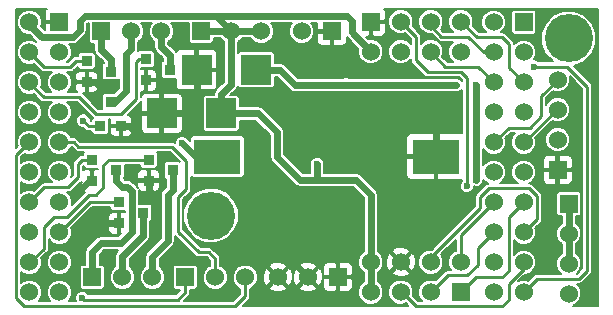
<source format=gtl>
G04 (created by PCBNEW (2013-may-18)-stable) date Вс 07 июн 2015 12:30:23*
%MOIN*%
G04 Gerber Fmt 3.4, Leading zero omitted, Abs format*
%FSLAX34Y34*%
G01*
G70*
G90*
G04 APERTURE LIST*
%ADD10C,0.00590551*%
%ADD11R,0.036X0.036*%
%ADD12R,0.06X0.06*%
%ADD13C,0.06*%
%ADD14R,0.1004X0.0984*%
%ADD15R,0.15748X0.11811*%
%ADD16C,0.16*%
%ADD17C,0.023622*%
%ADD18C,0.023622*%
%ADD19C,0.01*%
%ADD20C,0.00787402*%
G04 APERTURE END LIST*
G54D10*
G54D11*
X29265Y-24031D03*
X29265Y-23331D03*
X30065Y-23681D03*
X28281Y-25448D03*
X28281Y-24748D03*
X29081Y-25098D03*
X27198Y-20743D03*
X27198Y-20043D03*
X27998Y-20393D03*
X28342Y-22211D03*
X27642Y-22211D03*
X27992Y-21411D03*
X29166Y-20684D03*
X29166Y-19984D03*
X29966Y-20334D03*
X27375Y-24031D03*
X27375Y-23331D03*
X28175Y-23681D03*
G54D12*
X39669Y-27744D03*
G54D13*
X39669Y-26744D03*
X38669Y-27744D03*
X38669Y-26744D03*
X37669Y-27744D03*
X37669Y-26744D03*
X36669Y-27744D03*
X36669Y-26744D03*
G54D12*
X36669Y-18732D03*
G54D13*
X36669Y-19732D03*
X37669Y-18732D03*
X37669Y-19732D03*
X38669Y-18732D03*
X38669Y-19732D03*
X39669Y-18732D03*
X39669Y-19732D03*
G54D12*
X43267Y-24799D03*
G54D13*
X43267Y-25799D03*
X43267Y-26799D03*
X43267Y-27799D03*
G54D12*
X42893Y-23665D03*
G54D13*
X42893Y-22665D03*
X42893Y-21665D03*
X42893Y-20665D03*
G54D12*
X31007Y-19055D03*
G54D13*
X32007Y-19055D03*
X33007Y-19055D03*
G54D12*
X35566Y-27244D03*
G54D13*
X34566Y-27244D03*
X33566Y-27244D03*
G54D12*
X27385Y-27244D03*
G54D13*
X28385Y-27244D03*
X29385Y-27244D03*
G54D12*
X27681Y-19055D03*
G54D13*
X28681Y-19055D03*
X29681Y-19055D03*
G54D12*
X30476Y-27244D03*
G54D13*
X31476Y-27244D03*
X32476Y-27244D03*
G54D12*
X35362Y-19055D03*
G54D13*
X34362Y-19055D03*
G54D12*
X41759Y-18751D03*
G54D13*
X40759Y-18751D03*
X41759Y-19751D03*
X40759Y-19751D03*
X41759Y-20751D03*
X40759Y-20751D03*
X41759Y-21751D03*
X40759Y-21751D03*
X41759Y-22751D03*
X40759Y-22751D03*
X41759Y-23751D03*
X40759Y-23751D03*
X41759Y-24751D03*
X40759Y-24751D03*
X41759Y-25751D03*
X40759Y-25751D03*
X41759Y-26751D03*
X40759Y-26751D03*
X41759Y-27751D03*
X40759Y-27751D03*
G54D12*
X26287Y-18751D03*
G54D13*
X25287Y-18751D03*
X26287Y-19751D03*
X25287Y-19751D03*
X26287Y-20751D03*
X25287Y-20751D03*
X26287Y-21751D03*
X25287Y-21751D03*
X26287Y-22751D03*
X25287Y-22751D03*
X26287Y-23751D03*
X25287Y-23751D03*
X26287Y-24751D03*
X25287Y-24751D03*
X26287Y-25751D03*
X25287Y-25751D03*
X26287Y-26751D03*
X25287Y-26751D03*
X26287Y-27751D03*
X25287Y-27751D03*
G54D14*
X32844Y-20334D03*
X30856Y-20334D03*
X31682Y-21791D03*
X29694Y-21791D03*
G54D15*
X38838Y-23228D03*
X31555Y-23228D03*
G54D16*
X43267Y-19291D03*
X31338Y-25196D03*
G54D17*
X34881Y-23464D03*
X30374Y-22775D03*
X33070Y-25748D03*
X38661Y-25511D03*
X37677Y-21732D03*
X38818Y-22362D03*
X36338Y-21496D03*
X29409Y-24488D03*
X27716Y-25472D03*
X26968Y-24330D03*
X27637Y-20905D03*
X28818Y-22401D03*
X30748Y-21141D03*
X30511Y-21771D03*
X27047Y-27952D03*
X42106Y-20226D03*
X39862Y-24212D03*
X27086Y-22027D03*
X39507Y-20846D03*
X40167Y-20846D03*
X40177Y-23996D03*
X35846Y-20826D03*
G54D18*
X31496Y-18543D02*
X35866Y-18543D01*
X36023Y-19086D02*
X36669Y-19732D01*
X36023Y-18700D02*
X36023Y-19086D01*
X35866Y-18543D02*
X36023Y-18700D01*
X25287Y-18751D02*
X25287Y-18830D01*
X31496Y-18543D02*
X32007Y-19055D01*
X27125Y-18543D02*
X31496Y-18543D01*
X26968Y-18700D02*
X27125Y-18543D01*
X26968Y-19015D02*
X26968Y-18700D01*
X26732Y-19251D02*
X26968Y-19015D01*
X25708Y-19251D02*
X26732Y-19251D01*
X25287Y-18830D02*
X25708Y-19251D01*
X34881Y-23996D02*
X34881Y-23464D01*
X31682Y-21791D02*
X32913Y-21791D01*
X34291Y-23996D02*
X34881Y-23996D01*
X34881Y-23996D02*
X35413Y-23996D01*
X33543Y-23248D02*
X34291Y-23996D01*
X33543Y-22421D02*
X33543Y-23248D01*
X32913Y-21791D02*
X33543Y-22421D01*
X36669Y-26744D02*
X36669Y-27744D01*
X36669Y-24503D02*
X36669Y-26744D01*
X35413Y-23996D02*
X36161Y-23996D01*
X36161Y-23996D02*
X36669Y-24503D01*
X31682Y-21791D02*
X31682Y-21151D01*
X32007Y-20826D02*
X32007Y-19055D01*
X31682Y-21151D02*
X32007Y-20826D01*
X32007Y-19055D02*
X33007Y-19055D01*
X31007Y-19055D02*
X32007Y-19055D01*
X31555Y-23228D02*
X30826Y-23228D01*
X30826Y-23228D02*
X30374Y-22775D01*
X34566Y-27244D02*
X33622Y-26299D01*
X33622Y-26299D02*
X33070Y-25748D01*
X38818Y-22125D02*
X38425Y-21732D01*
X38425Y-21732D02*
X37677Y-21732D01*
X38838Y-23228D02*
X38838Y-22381D01*
X38838Y-22381D02*
X38818Y-22362D01*
X38818Y-22362D02*
X38818Y-22125D01*
X29265Y-24031D02*
X29265Y-24344D01*
X29265Y-24344D02*
X29409Y-24488D01*
X28281Y-25448D02*
X27740Y-25448D01*
X27740Y-25448D02*
X27716Y-25472D01*
X27375Y-24031D02*
X27268Y-24031D01*
X27268Y-24031D02*
X26968Y-24330D01*
X27198Y-20743D02*
X27475Y-20743D01*
X27475Y-20743D02*
X27637Y-20905D01*
X28342Y-22211D02*
X28628Y-22211D01*
X28628Y-22211D02*
X28818Y-22401D01*
X30856Y-20334D02*
X30856Y-21033D01*
X30856Y-21033D02*
X30748Y-21141D01*
X29694Y-21791D02*
X30492Y-21791D01*
X30492Y-21791D02*
X30511Y-21771D01*
G54D19*
X28543Y-21614D02*
X28838Y-21318D01*
X25287Y-20759D02*
X25767Y-21240D01*
X25767Y-21240D02*
X26948Y-21240D01*
X26948Y-21240D02*
X27519Y-21811D01*
X27519Y-21811D02*
X28346Y-21811D01*
X28346Y-21811D02*
X28543Y-21614D01*
X25287Y-20751D02*
X25287Y-20759D01*
X28932Y-19984D02*
X29166Y-19984D01*
X28838Y-20078D02*
X28932Y-19984D01*
X28838Y-21318D02*
X28838Y-20078D01*
X30476Y-27751D02*
X30476Y-27244D01*
X30236Y-27992D02*
X30476Y-27751D01*
X27086Y-27992D02*
X30236Y-27992D01*
X27047Y-27952D02*
X27086Y-27992D01*
X25287Y-22751D02*
X25259Y-22751D01*
X32476Y-27877D02*
X32476Y-27244D01*
X32145Y-28208D02*
X32476Y-27877D01*
X25098Y-28208D02*
X32145Y-28208D01*
X24842Y-27952D02*
X25098Y-28208D01*
X24842Y-23169D02*
X24842Y-27952D01*
X25259Y-22751D02*
X24842Y-23169D01*
X26287Y-22751D02*
X26767Y-22751D01*
X31476Y-26633D02*
X31476Y-27244D01*
X31259Y-26417D02*
X31476Y-26633D01*
X30925Y-26417D02*
X31259Y-26417D01*
X30236Y-25728D02*
X30925Y-26417D01*
X30236Y-24586D02*
X30236Y-25728D01*
X30511Y-24311D02*
X30236Y-24586D01*
X30511Y-23366D02*
X30511Y-24311D01*
X30039Y-22893D02*
X30511Y-23366D01*
X26909Y-22893D02*
X30039Y-22893D01*
X26767Y-22751D02*
X26909Y-22893D01*
X25287Y-24751D02*
X25787Y-24251D01*
X27042Y-23331D02*
X27375Y-23331D01*
X26909Y-23464D02*
X27042Y-23331D01*
X26909Y-23917D02*
X26909Y-23464D01*
X26574Y-24251D02*
X26909Y-23917D01*
X25787Y-24251D02*
X26574Y-24251D01*
G54D18*
X27992Y-21411D02*
X28136Y-21411D01*
X28681Y-19645D02*
X28681Y-19055D01*
X28503Y-19822D02*
X28681Y-19645D01*
X28503Y-21043D02*
X28503Y-19822D01*
X28136Y-21411D02*
X28503Y-21043D01*
X28385Y-27244D02*
X28385Y-26555D01*
X29081Y-25859D02*
X29081Y-25098D01*
X28385Y-26555D02*
X29081Y-25859D01*
X30065Y-23681D02*
X30065Y-24344D01*
X30065Y-24344D02*
X29901Y-24507D01*
X29901Y-24507D02*
X29901Y-26043D01*
X29901Y-26043D02*
X29385Y-26559D01*
X29385Y-26559D02*
X29385Y-27244D01*
X28175Y-23681D02*
X28175Y-24041D01*
X27385Y-26413D02*
X27385Y-27244D01*
X27677Y-26122D02*
X27385Y-26413D01*
X28326Y-26122D02*
X27677Y-26122D01*
X28700Y-25748D02*
X28326Y-26122D01*
X28700Y-24389D02*
X28700Y-25748D01*
X28543Y-24232D02*
X28700Y-24389D01*
X28366Y-24232D02*
X28543Y-24232D01*
X28175Y-24041D02*
X28366Y-24232D01*
G54D19*
X37669Y-27744D02*
X37704Y-27744D01*
X41759Y-26960D02*
X41759Y-26751D01*
X41259Y-27460D02*
X41759Y-26960D01*
X41259Y-27992D02*
X41259Y-27460D01*
X41043Y-28208D02*
X41259Y-27992D01*
X38169Y-28208D02*
X41043Y-28208D01*
X37704Y-27744D02*
X38169Y-28208D01*
X39669Y-27744D02*
X39677Y-27744D01*
X41259Y-25251D02*
X41759Y-24751D01*
X41259Y-27027D02*
X41259Y-25251D01*
X41043Y-27244D02*
X41259Y-27027D01*
X40177Y-27244D02*
X41043Y-27244D01*
X39677Y-27744D02*
X40177Y-27244D01*
X39669Y-26744D02*
X39669Y-25842D01*
X39669Y-25842D02*
X40759Y-24751D01*
X38669Y-27744D02*
X38673Y-27744D01*
X40236Y-26275D02*
X40759Y-25751D01*
X40236Y-26830D02*
X40236Y-26275D01*
X39881Y-27185D02*
X40236Y-26830D01*
X39232Y-27185D02*
X39881Y-27185D01*
X38673Y-27744D02*
X39232Y-27185D01*
X41759Y-25751D02*
X41767Y-25751D01*
X38669Y-26589D02*
X38669Y-26744D01*
X40314Y-24944D02*
X38669Y-26589D01*
X40314Y-24566D02*
X40314Y-24944D01*
X40590Y-24291D02*
X40314Y-24566D01*
X41948Y-24291D02*
X40590Y-24291D01*
X42204Y-24547D02*
X41948Y-24291D01*
X42204Y-25314D02*
X42204Y-24547D01*
X41767Y-25751D02*
X42204Y-25314D01*
G54D18*
X29966Y-20334D02*
X29966Y-19848D01*
X29681Y-19562D02*
X29681Y-19055D01*
X29966Y-19848D02*
X29681Y-19562D01*
G54D19*
X41759Y-27751D02*
X41765Y-27751D01*
X43208Y-20226D02*
X42106Y-20226D01*
X43887Y-20905D02*
X43208Y-20226D01*
X43887Y-27027D02*
X43887Y-20905D01*
X43612Y-27303D02*
X43887Y-27027D01*
X42214Y-27303D02*
X43612Y-27303D01*
X41765Y-27751D02*
X42214Y-27303D01*
X38169Y-19232D02*
X37669Y-18732D01*
X38169Y-20019D02*
X38169Y-19232D01*
X38564Y-20414D02*
X38169Y-20019D01*
X39666Y-20414D02*
X38564Y-20414D01*
X39862Y-20610D02*
X39666Y-20414D01*
X39862Y-20885D02*
X39862Y-20610D01*
X39862Y-21889D02*
X39862Y-20885D01*
X39862Y-24212D02*
X39862Y-21889D01*
G54D18*
X27681Y-19055D02*
X27681Y-19669D01*
X27998Y-19986D02*
X27998Y-20393D01*
X27681Y-19669D02*
X27998Y-19986D01*
G54D19*
X38669Y-19732D02*
X38669Y-19751D01*
X40244Y-20236D02*
X40759Y-20751D01*
X39153Y-20236D02*
X40244Y-20236D01*
X38669Y-19751D02*
X39153Y-20236D01*
X39669Y-18732D02*
X39677Y-18732D01*
X41279Y-20271D02*
X41759Y-20751D01*
X41279Y-19488D02*
X41279Y-20271D01*
X41043Y-19251D02*
X41279Y-19488D01*
X40196Y-19251D02*
X41043Y-19251D01*
X39677Y-18732D02*
X40196Y-19251D01*
X38669Y-18732D02*
X38669Y-18885D01*
X40440Y-19751D02*
X40759Y-19751D01*
X39921Y-19232D02*
X40440Y-19751D01*
X39015Y-19232D02*
X39921Y-19232D01*
X38669Y-18885D02*
X39015Y-19232D01*
X41759Y-22751D02*
X41775Y-22751D01*
X42862Y-21665D02*
X42893Y-21665D01*
X41775Y-22751D02*
X42862Y-21665D01*
X40759Y-22751D02*
X40771Y-22751D01*
X42342Y-21216D02*
X42893Y-20665D01*
X42342Y-21889D02*
X42342Y-21216D01*
X41968Y-22263D02*
X42342Y-21889D01*
X41259Y-22263D02*
X41968Y-22263D01*
X40771Y-22751D02*
X41259Y-22263D01*
X27270Y-22211D02*
X27642Y-22211D01*
X27086Y-22027D02*
X27270Y-22211D01*
X25287Y-19751D02*
X25287Y-19755D01*
X26846Y-20043D02*
X27198Y-20043D01*
X26633Y-20255D02*
X26846Y-20043D01*
X25787Y-20255D02*
X26633Y-20255D01*
X25287Y-19755D02*
X25787Y-20255D01*
X27928Y-23331D02*
X29265Y-23331D01*
X25287Y-26751D02*
X25314Y-26751D01*
X27755Y-23503D02*
X27928Y-23331D01*
X27755Y-24251D02*
X27755Y-23503D01*
X27500Y-24507D02*
X27755Y-24251D01*
X27283Y-24507D02*
X27500Y-24507D01*
X26535Y-25255D02*
X27283Y-24507D01*
X26102Y-25255D02*
X26535Y-25255D01*
X25767Y-25590D02*
X26102Y-25255D01*
X25767Y-26299D02*
X25767Y-25590D01*
X25314Y-26751D02*
X25767Y-26299D01*
X26287Y-25751D02*
X26295Y-25751D01*
X27298Y-24748D02*
X28281Y-24748D01*
X26295Y-25751D02*
X27298Y-24748D01*
G54D18*
X43267Y-26799D02*
X43267Y-25799D01*
X43267Y-25799D02*
X43267Y-24799D01*
X35866Y-20846D02*
X35846Y-20826D01*
X35866Y-20846D02*
X39507Y-20846D01*
X40167Y-23986D02*
X40167Y-20846D01*
X40177Y-23996D02*
X40167Y-23986D01*
X33622Y-20334D02*
X32844Y-20334D01*
X34133Y-20846D02*
X33622Y-20334D01*
X35826Y-20846D02*
X34133Y-20846D01*
X35846Y-20826D02*
X35826Y-20846D01*
G54D10*
G36*
X27148Y-24404D02*
X26696Y-24857D01*
X26705Y-24835D01*
X26705Y-24669D01*
X26642Y-24515D01*
X26546Y-24420D01*
X26574Y-24420D01*
X26574Y-24420D01*
X26574Y-24420D01*
X26639Y-24407D01*
X26693Y-24370D01*
X26998Y-24065D01*
X26998Y-24070D01*
X27047Y-24070D01*
X26998Y-24119D01*
X26998Y-24250D01*
X27028Y-24322D01*
X27083Y-24377D01*
X27148Y-24404D01*
X27148Y-24404D01*
G37*
G54D20*
X27148Y-24404D02*
X26696Y-24857D01*
X26705Y-24835D01*
X26705Y-24669D01*
X26642Y-24515D01*
X26546Y-24420D01*
X26574Y-24420D01*
X26574Y-24420D01*
X26574Y-24420D01*
X26639Y-24407D01*
X26693Y-24370D01*
X26998Y-24065D01*
X26998Y-24070D01*
X27047Y-24070D01*
X26998Y-24119D01*
X26998Y-24250D01*
X27028Y-24322D01*
X27083Y-24377D01*
X27148Y-24404D01*
G54D10*
G36*
X27587Y-23654D02*
X27516Y-23654D01*
X27464Y-23654D01*
X27414Y-23703D01*
X27414Y-23991D01*
X27422Y-23991D01*
X27422Y-24070D01*
X27414Y-24070D01*
X27414Y-24078D01*
X27336Y-24078D01*
X27336Y-24070D01*
X27328Y-24070D01*
X27328Y-23991D01*
X27336Y-23991D01*
X27336Y-23703D01*
X27287Y-23654D01*
X27234Y-23654D01*
X27156Y-23654D01*
X27083Y-23684D01*
X27077Y-23690D01*
X27077Y-23534D01*
X27095Y-23577D01*
X27128Y-23611D01*
X27171Y-23629D01*
X27218Y-23629D01*
X27578Y-23629D01*
X27587Y-23625D01*
X27587Y-23654D01*
X27587Y-23654D01*
G37*
G54D20*
X27587Y-23654D02*
X27516Y-23654D01*
X27464Y-23654D01*
X27414Y-23703D01*
X27414Y-23991D01*
X27422Y-23991D01*
X27422Y-24070D01*
X27414Y-24070D01*
X27414Y-24078D01*
X27336Y-24078D01*
X27336Y-24070D01*
X27328Y-24070D01*
X27328Y-23991D01*
X27336Y-23991D01*
X27336Y-23703D01*
X27287Y-23654D01*
X27234Y-23654D01*
X27156Y-23654D01*
X27083Y-23684D01*
X27077Y-23690D01*
X27077Y-23534D01*
X27095Y-23577D01*
X27128Y-23611D01*
X27171Y-23629D01*
X27218Y-23629D01*
X27578Y-23629D01*
X27587Y-23625D01*
X27587Y-23654D01*
G54D10*
G36*
X28267Y-20945D02*
X28100Y-21112D01*
X27788Y-21112D01*
X27745Y-21130D01*
X27712Y-21164D01*
X27694Y-21207D01*
X27693Y-21254D01*
X27693Y-21614D01*
X27705Y-21642D01*
X27589Y-21642D01*
X27575Y-21628D01*
X27575Y-20962D01*
X27575Y-20524D01*
X27545Y-20452D01*
X27490Y-20396D01*
X27417Y-20366D01*
X27339Y-20366D01*
X27287Y-20366D01*
X27237Y-20416D01*
X27237Y-20704D01*
X27526Y-20704D01*
X27575Y-20655D01*
X27575Y-20524D01*
X27575Y-20962D01*
X27575Y-20832D01*
X27526Y-20783D01*
X27237Y-20783D01*
X27237Y-21071D01*
X27287Y-21120D01*
X27339Y-21120D01*
X27417Y-21120D01*
X27490Y-21090D01*
X27545Y-21035D01*
X27575Y-20962D01*
X27575Y-21628D01*
X27067Y-21121D01*
X27066Y-21120D01*
X27109Y-21120D01*
X27159Y-21071D01*
X27159Y-20783D01*
X27159Y-20704D01*
X27159Y-20416D01*
X27109Y-20366D01*
X27057Y-20366D01*
X26979Y-20366D01*
X26906Y-20396D01*
X26851Y-20452D01*
X26821Y-20524D01*
X26821Y-20655D01*
X26870Y-20704D01*
X27159Y-20704D01*
X27159Y-20783D01*
X26870Y-20783D01*
X26821Y-20832D01*
X26821Y-20962D01*
X26851Y-21035D01*
X26888Y-21072D01*
X26558Y-21072D01*
X26641Y-20989D01*
X26705Y-20835D01*
X26705Y-20669D01*
X26642Y-20515D01*
X26550Y-20424D01*
X26633Y-20424D01*
X26633Y-20424D01*
X26633Y-20424D01*
X26698Y-20411D01*
X26752Y-20374D01*
X26900Y-20227D01*
X26900Y-20247D01*
X26918Y-20290D01*
X26951Y-20323D01*
X26994Y-20341D01*
X27041Y-20341D01*
X27401Y-20341D01*
X27445Y-20323D01*
X27478Y-20290D01*
X27496Y-20247D01*
X27496Y-20200D01*
X27496Y-19840D01*
X27478Y-19796D01*
X27445Y-19763D01*
X27402Y-19745D01*
X27355Y-19745D01*
X26995Y-19745D01*
X26951Y-19763D01*
X26918Y-19796D01*
X26900Y-19840D01*
X26900Y-19875D01*
X26846Y-19875D01*
X26781Y-19888D01*
X26727Y-19924D01*
X26564Y-20087D01*
X26542Y-20087D01*
X26641Y-19989D01*
X26705Y-19835D01*
X26705Y-19669D01*
X26642Y-19515D01*
X26614Y-19488D01*
X26732Y-19488D01*
X26822Y-19470D01*
X26899Y-19419D01*
X27135Y-19182D01*
X27186Y-19106D01*
X27204Y-19015D01*
X27204Y-18798D01*
X27223Y-18779D01*
X27262Y-18779D01*
X27262Y-19378D01*
X27280Y-19421D01*
X27314Y-19455D01*
X27357Y-19473D01*
X27404Y-19473D01*
X27444Y-19473D01*
X27444Y-19669D01*
X27462Y-19759D01*
X27514Y-19836D01*
X27762Y-20084D01*
X27762Y-20109D01*
X27751Y-20113D01*
X27718Y-20146D01*
X27700Y-20190D01*
X27700Y-20237D01*
X27700Y-20597D01*
X27718Y-20640D01*
X27751Y-20673D01*
X27794Y-20691D01*
X27841Y-20691D01*
X28201Y-20691D01*
X28245Y-20673D01*
X28267Y-20651D01*
X28267Y-20945D01*
X28267Y-20945D01*
G37*
G54D20*
X28267Y-20945D02*
X28100Y-21112D01*
X27788Y-21112D01*
X27745Y-21130D01*
X27712Y-21164D01*
X27694Y-21207D01*
X27693Y-21254D01*
X27693Y-21614D01*
X27705Y-21642D01*
X27589Y-21642D01*
X27575Y-21628D01*
X27575Y-20962D01*
X27575Y-20524D01*
X27545Y-20452D01*
X27490Y-20396D01*
X27417Y-20366D01*
X27339Y-20366D01*
X27287Y-20366D01*
X27237Y-20416D01*
X27237Y-20704D01*
X27526Y-20704D01*
X27575Y-20655D01*
X27575Y-20524D01*
X27575Y-20962D01*
X27575Y-20832D01*
X27526Y-20783D01*
X27237Y-20783D01*
X27237Y-21071D01*
X27287Y-21120D01*
X27339Y-21120D01*
X27417Y-21120D01*
X27490Y-21090D01*
X27545Y-21035D01*
X27575Y-20962D01*
X27575Y-21628D01*
X27067Y-21121D01*
X27066Y-21120D01*
X27109Y-21120D01*
X27159Y-21071D01*
X27159Y-20783D01*
X27159Y-20704D01*
X27159Y-20416D01*
X27109Y-20366D01*
X27057Y-20366D01*
X26979Y-20366D01*
X26906Y-20396D01*
X26851Y-20452D01*
X26821Y-20524D01*
X26821Y-20655D01*
X26870Y-20704D01*
X27159Y-20704D01*
X27159Y-20783D01*
X26870Y-20783D01*
X26821Y-20832D01*
X26821Y-20962D01*
X26851Y-21035D01*
X26888Y-21072D01*
X26558Y-21072D01*
X26641Y-20989D01*
X26705Y-20835D01*
X26705Y-20669D01*
X26642Y-20515D01*
X26550Y-20424D01*
X26633Y-20424D01*
X26633Y-20424D01*
X26633Y-20424D01*
X26698Y-20411D01*
X26752Y-20374D01*
X26900Y-20227D01*
X26900Y-20247D01*
X26918Y-20290D01*
X26951Y-20323D01*
X26994Y-20341D01*
X27041Y-20341D01*
X27401Y-20341D01*
X27445Y-20323D01*
X27478Y-20290D01*
X27496Y-20247D01*
X27496Y-20200D01*
X27496Y-19840D01*
X27478Y-19796D01*
X27445Y-19763D01*
X27402Y-19745D01*
X27355Y-19745D01*
X26995Y-19745D01*
X26951Y-19763D01*
X26918Y-19796D01*
X26900Y-19840D01*
X26900Y-19875D01*
X26846Y-19875D01*
X26781Y-19888D01*
X26727Y-19924D01*
X26564Y-20087D01*
X26542Y-20087D01*
X26641Y-19989D01*
X26705Y-19835D01*
X26705Y-19669D01*
X26642Y-19515D01*
X26614Y-19488D01*
X26732Y-19488D01*
X26822Y-19470D01*
X26899Y-19419D01*
X27135Y-19182D01*
X27186Y-19106D01*
X27204Y-19015D01*
X27204Y-18798D01*
X27223Y-18779D01*
X27262Y-18779D01*
X27262Y-19378D01*
X27280Y-19421D01*
X27314Y-19455D01*
X27357Y-19473D01*
X27404Y-19473D01*
X27444Y-19473D01*
X27444Y-19669D01*
X27462Y-19759D01*
X27514Y-19836D01*
X27762Y-20084D01*
X27762Y-20109D01*
X27751Y-20113D01*
X27718Y-20146D01*
X27700Y-20190D01*
X27700Y-20237D01*
X27700Y-20597D01*
X27718Y-20640D01*
X27751Y-20673D01*
X27794Y-20691D01*
X27841Y-20691D01*
X28201Y-20691D01*
X28245Y-20673D01*
X28267Y-20651D01*
X28267Y-20945D01*
G54D10*
G36*
X40572Y-24126D02*
X40526Y-24136D01*
X40471Y-24172D01*
X40471Y-24172D01*
X40196Y-24448D01*
X40159Y-24502D01*
X40146Y-24566D01*
X40146Y-24566D01*
X40146Y-24874D01*
X38799Y-26222D01*
X38799Y-23966D01*
X38799Y-23267D01*
X38799Y-23188D01*
X38799Y-22490D01*
X38750Y-22440D01*
X38012Y-22440D01*
X37939Y-22470D01*
X37884Y-22526D01*
X37854Y-22598D01*
X37854Y-22676D01*
X37854Y-23139D01*
X37903Y-23188D01*
X38799Y-23188D01*
X38799Y-23267D01*
X37903Y-23267D01*
X37854Y-23316D01*
X37854Y-23779D01*
X37854Y-23858D01*
X37884Y-23930D01*
X37939Y-23985D01*
X38012Y-24015D01*
X38750Y-24015D01*
X38799Y-23966D01*
X38799Y-26222D01*
X38695Y-26326D01*
X38586Y-26325D01*
X38432Y-26389D01*
X38315Y-26506D01*
X38251Y-26660D01*
X38251Y-26826D01*
X38314Y-26980D01*
X38432Y-27098D01*
X38585Y-27162D01*
X38752Y-27162D01*
X38905Y-27098D01*
X39023Y-26981D01*
X39087Y-26827D01*
X39087Y-26661D01*
X39023Y-26507D01*
X39006Y-26490D01*
X39501Y-25995D01*
X39501Y-26361D01*
X39432Y-26389D01*
X39315Y-26506D01*
X39251Y-26660D01*
X39251Y-26826D01*
X39314Y-26980D01*
X39350Y-27016D01*
X39232Y-27016D01*
X39167Y-27029D01*
X39113Y-27066D01*
X39113Y-27066D01*
X38823Y-27355D01*
X38752Y-27326D01*
X38586Y-27325D01*
X38432Y-27389D01*
X38315Y-27506D01*
X38251Y-27660D01*
X38251Y-27826D01*
X38314Y-27980D01*
X38374Y-28040D01*
X38238Y-28040D01*
X38169Y-27971D01*
X38169Y-26823D01*
X38161Y-26626D01*
X38101Y-26479D01*
X38019Y-26449D01*
X37963Y-26505D01*
X37963Y-26394D01*
X37934Y-26312D01*
X37748Y-26243D01*
X37551Y-26251D01*
X37404Y-26312D01*
X37374Y-26394D01*
X37669Y-26688D01*
X37963Y-26394D01*
X37963Y-26505D01*
X37724Y-26744D01*
X38019Y-27038D01*
X38101Y-27009D01*
X38169Y-26823D01*
X38169Y-27971D01*
X38069Y-27870D01*
X38087Y-27827D01*
X38087Y-27661D01*
X38023Y-27507D01*
X37963Y-27447D01*
X37963Y-27094D01*
X37669Y-26799D01*
X37613Y-26855D01*
X37613Y-26744D01*
X37319Y-26449D01*
X37237Y-26479D01*
X37169Y-26664D01*
X37176Y-26861D01*
X37237Y-27009D01*
X37319Y-27038D01*
X37613Y-26744D01*
X37613Y-26855D01*
X37374Y-27094D01*
X37404Y-27175D01*
X37589Y-27244D01*
X37787Y-27236D01*
X37934Y-27175D01*
X37963Y-27094D01*
X37963Y-27447D01*
X37906Y-27389D01*
X37752Y-27326D01*
X37586Y-27325D01*
X37432Y-27389D01*
X37315Y-27506D01*
X37251Y-27660D01*
X37251Y-27826D01*
X37314Y-27980D01*
X37432Y-28098D01*
X37585Y-28162D01*
X37752Y-28162D01*
X37846Y-28123D01*
X37921Y-28198D01*
X36063Y-28198D01*
X36063Y-27505D01*
X36063Y-26983D01*
X36063Y-26904D01*
X36033Y-26832D01*
X35978Y-26777D01*
X35905Y-26747D01*
X35655Y-26747D01*
X35606Y-26796D01*
X35606Y-27204D01*
X36014Y-27204D01*
X36063Y-27155D01*
X36063Y-26983D01*
X36063Y-27505D01*
X36063Y-27332D01*
X36014Y-27283D01*
X35606Y-27283D01*
X35606Y-27691D01*
X35655Y-27740D01*
X35905Y-27740D01*
X35978Y-27711D01*
X36033Y-27655D01*
X36063Y-27583D01*
X36063Y-27505D01*
X36063Y-28198D01*
X35527Y-28198D01*
X35527Y-27691D01*
X35527Y-27283D01*
X35527Y-27204D01*
X35527Y-26796D01*
X35478Y-26747D01*
X35227Y-26747D01*
X35155Y-26777D01*
X35100Y-26832D01*
X35070Y-26904D01*
X35070Y-26983D01*
X35070Y-27155D01*
X35119Y-27204D01*
X35527Y-27204D01*
X35527Y-27283D01*
X35119Y-27283D01*
X35070Y-27332D01*
X35070Y-27505D01*
X35070Y-27583D01*
X35100Y-27655D01*
X35155Y-27711D01*
X35227Y-27740D01*
X35478Y-27740D01*
X35527Y-27691D01*
X35527Y-28198D01*
X35067Y-28198D01*
X35067Y-27323D01*
X35059Y-27126D01*
X34998Y-26979D01*
X34916Y-26949D01*
X34861Y-27005D01*
X34861Y-26894D01*
X34831Y-26812D01*
X34646Y-26743D01*
X34449Y-26751D01*
X34301Y-26812D01*
X34272Y-26894D01*
X34566Y-27188D01*
X34861Y-26894D01*
X34861Y-27005D01*
X34622Y-27244D01*
X34916Y-27538D01*
X34998Y-27509D01*
X35067Y-27323D01*
X35067Y-28198D01*
X34861Y-28198D01*
X34861Y-27594D01*
X34566Y-27299D01*
X34511Y-27355D01*
X34511Y-27244D01*
X34216Y-26949D01*
X34135Y-26979D01*
X34066Y-27164D01*
X34074Y-27361D01*
X34135Y-27509D01*
X34216Y-27538D01*
X34511Y-27244D01*
X34511Y-27355D01*
X34272Y-27594D01*
X34301Y-27675D01*
X34487Y-27744D01*
X34684Y-27736D01*
X34831Y-27675D01*
X34861Y-27594D01*
X34861Y-28198D01*
X34067Y-28198D01*
X34067Y-27323D01*
X34059Y-27126D01*
X33998Y-26979D01*
X33916Y-26949D01*
X33861Y-27005D01*
X33861Y-26894D01*
X33831Y-26812D01*
X33646Y-26743D01*
X33449Y-26751D01*
X33301Y-26812D01*
X33272Y-26894D01*
X33566Y-27188D01*
X33861Y-26894D01*
X33861Y-27005D01*
X33622Y-27244D01*
X33916Y-27538D01*
X33998Y-27509D01*
X34067Y-27323D01*
X34067Y-28198D01*
X33861Y-28198D01*
X33861Y-27594D01*
X33566Y-27299D01*
X33511Y-27355D01*
X33511Y-27244D01*
X33216Y-26949D01*
X33135Y-26979D01*
X33066Y-27164D01*
X33074Y-27361D01*
X33135Y-27509D01*
X33216Y-27538D01*
X33511Y-27244D01*
X33511Y-27355D01*
X33272Y-27594D01*
X33301Y-27675D01*
X33487Y-27744D01*
X33684Y-27736D01*
X33831Y-27675D01*
X33861Y-27594D01*
X33861Y-28198D01*
X32393Y-28198D01*
X32595Y-27996D01*
X32595Y-27996D01*
X32595Y-27996D01*
X32631Y-27942D01*
X32644Y-27877D01*
X32644Y-27627D01*
X32712Y-27598D01*
X32830Y-27481D01*
X32894Y-27327D01*
X32894Y-27161D01*
X32831Y-27007D01*
X32713Y-26889D01*
X32559Y-26826D01*
X32393Y-26825D01*
X32256Y-26882D01*
X32256Y-25015D01*
X32117Y-24677D01*
X31859Y-24418D01*
X31522Y-24278D01*
X31156Y-24278D01*
X30819Y-24418D01*
X30560Y-24676D01*
X30420Y-25013D01*
X30420Y-25378D01*
X30559Y-25716D01*
X30817Y-25974D01*
X31155Y-26114D01*
X31520Y-26115D01*
X31857Y-25975D01*
X32116Y-25717D01*
X32256Y-25380D01*
X32256Y-25015D01*
X32256Y-26882D01*
X32239Y-26889D01*
X32122Y-27006D01*
X32058Y-27160D01*
X32058Y-27326D01*
X32121Y-27480D01*
X32239Y-27598D01*
X32308Y-27627D01*
X32308Y-27808D01*
X32076Y-28040D01*
X30425Y-28040D01*
X30595Y-27870D01*
X30595Y-27870D01*
X30595Y-27870D01*
X30631Y-27816D01*
X30644Y-27751D01*
X30644Y-27662D01*
X30799Y-27662D01*
X30843Y-27644D01*
X30876Y-27611D01*
X30894Y-27567D01*
X30894Y-27520D01*
X30894Y-26920D01*
X30876Y-26877D01*
X30843Y-26844D01*
X30799Y-26826D01*
X30752Y-26825D01*
X30152Y-26825D01*
X30109Y-26843D01*
X30076Y-26877D01*
X30058Y-26920D01*
X30058Y-26967D01*
X30058Y-27567D01*
X30076Y-27610D01*
X30109Y-27644D01*
X30152Y-27662D01*
X30199Y-27662D01*
X30308Y-27662D01*
X30308Y-27682D01*
X30166Y-27824D01*
X27249Y-27824D01*
X27247Y-27819D01*
X27181Y-27752D01*
X27094Y-27716D01*
X27000Y-27716D01*
X26913Y-27752D01*
X26847Y-27818D01*
X26811Y-27905D01*
X26810Y-27999D01*
X26827Y-28040D01*
X26590Y-28040D01*
X26641Y-27989D01*
X26705Y-27835D01*
X26705Y-27669D01*
X26705Y-26669D01*
X26642Y-26515D01*
X26524Y-26397D01*
X26370Y-26333D01*
X26204Y-26333D01*
X26050Y-26397D01*
X25933Y-26514D01*
X25869Y-26668D01*
X25869Y-26834D01*
X25932Y-26988D01*
X26050Y-27106D01*
X26203Y-27170D01*
X26370Y-27170D01*
X26523Y-27106D01*
X26641Y-26989D01*
X26705Y-26835D01*
X26705Y-26669D01*
X26705Y-27669D01*
X26642Y-27515D01*
X26524Y-27397D01*
X26370Y-27333D01*
X26204Y-27333D01*
X26050Y-27397D01*
X25933Y-27514D01*
X25869Y-27668D01*
X25869Y-27834D01*
X25932Y-27988D01*
X25984Y-28040D01*
X25590Y-28040D01*
X25641Y-27989D01*
X25705Y-27835D01*
X25705Y-27669D01*
X25642Y-27515D01*
X25524Y-27397D01*
X25370Y-27333D01*
X25204Y-27333D01*
X25050Y-27397D01*
X25010Y-27437D01*
X25010Y-27066D01*
X25050Y-27106D01*
X25203Y-27170D01*
X25370Y-27170D01*
X25523Y-27106D01*
X25641Y-26989D01*
X25705Y-26835D01*
X25705Y-26669D01*
X25685Y-26619D01*
X25886Y-26418D01*
X25886Y-26418D01*
X25886Y-26418D01*
X25923Y-26363D01*
X25935Y-26299D01*
X25935Y-25991D01*
X26050Y-26106D01*
X26203Y-26170D01*
X26370Y-26170D01*
X26523Y-26106D01*
X26641Y-25989D01*
X26705Y-25835D01*
X26705Y-25669D01*
X26679Y-25605D01*
X27368Y-24916D01*
X27982Y-24916D01*
X27982Y-24951D01*
X28000Y-24995D01*
X28034Y-25028D01*
X28077Y-25046D01*
X28124Y-25046D01*
X28464Y-25046D01*
X28464Y-25071D01*
X28422Y-25071D01*
X28369Y-25071D01*
X28320Y-25120D01*
X28320Y-25409D01*
X28328Y-25409D01*
X28328Y-25487D01*
X28320Y-25487D01*
X28320Y-25776D01*
X28329Y-25785D01*
X28241Y-25873D01*
X28241Y-25776D01*
X28241Y-25487D01*
X28241Y-25409D01*
X28241Y-25120D01*
X28192Y-25071D01*
X28140Y-25071D01*
X28061Y-25071D01*
X27989Y-25101D01*
X27934Y-25157D01*
X27904Y-25229D01*
X27904Y-25359D01*
X27953Y-25409D01*
X28241Y-25409D01*
X28241Y-25487D01*
X27953Y-25487D01*
X27904Y-25537D01*
X27904Y-25667D01*
X27934Y-25739D01*
X27989Y-25795D01*
X28061Y-25825D01*
X28140Y-25825D01*
X28192Y-25825D01*
X28241Y-25776D01*
X28241Y-25873D01*
X28228Y-25885D01*
X27677Y-25885D01*
X27586Y-25903D01*
X27510Y-25955D01*
X27218Y-26246D01*
X27167Y-26322D01*
X27149Y-26413D01*
X27149Y-26825D01*
X27062Y-26825D01*
X27019Y-26843D01*
X26985Y-26877D01*
X26967Y-26920D01*
X26967Y-26967D01*
X26967Y-27567D01*
X26985Y-27610D01*
X27018Y-27644D01*
X27062Y-27662D01*
X27109Y-27662D01*
X27709Y-27662D01*
X27752Y-27644D01*
X27785Y-27611D01*
X27803Y-27567D01*
X27803Y-27520D01*
X27803Y-26920D01*
X27786Y-26877D01*
X27752Y-26844D01*
X27709Y-26826D01*
X27662Y-26825D01*
X27622Y-26825D01*
X27622Y-26511D01*
X27775Y-26358D01*
X28248Y-26358D01*
X28218Y-26388D01*
X28167Y-26464D01*
X28149Y-26555D01*
X28149Y-26889D01*
X28149Y-26889D01*
X28031Y-27006D01*
X27967Y-27160D01*
X27967Y-27326D01*
X28031Y-27480D01*
X28148Y-27598D01*
X28302Y-27662D01*
X28468Y-27662D01*
X28622Y-27598D01*
X28740Y-27481D01*
X28803Y-27327D01*
X28804Y-27161D01*
X28740Y-27007D01*
X28622Y-26889D01*
X28622Y-26889D01*
X28622Y-26652D01*
X29248Y-26026D01*
X29299Y-25950D01*
X29317Y-25859D01*
X29317Y-25382D01*
X29327Y-25378D01*
X29361Y-25345D01*
X29379Y-25302D01*
X29379Y-25255D01*
X29379Y-24895D01*
X29361Y-24851D01*
X29328Y-24818D01*
X29284Y-24800D01*
X29237Y-24800D01*
X28937Y-24800D01*
X28937Y-24389D01*
X28924Y-24329D01*
X28973Y-24377D01*
X29046Y-24407D01*
X29124Y-24407D01*
X29176Y-24407D01*
X29225Y-24358D01*
X29225Y-24070D01*
X29225Y-23991D01*
X29225Y-23703D01*
X29176Y-23654D01*
X29124Y-23654D01*
X29046Y-23654D01*
X28973Y-23684D01*
X28918Y-23739D01*
X28888Y-23812D01*
X28888Y-23942D01*
X28937Y-23991D01*
X29225Y-23991D01*
X29225Y-24070D01*
X28937Y-24070D01*
X28888Y-24119D01*
X28888Y-24250D01*
X28892Y-24259D01*
X28867Y-24222D01*
X28710Y-24065D01*
X28633Y-24014D01*
X28543Y-23996D01*
X28463Y-23996D01*
X28425Y-23957D01*
X28455Y-23928D01*
X28473Y-23884D01*
X28473Y-23837D01*
X28473Y-23499D01*
X28967Y-23499D01*
X28967Y-23534D01*
X28985Y-23577D01*
X29018Y-23611D01*
X29061Y-23629D01*
X29108Y-23629D01*
X29468Y-23629D01*
X29512Y-23611D01*
X29545Y-23578D01*
X29563Y-23534D01*
X29563Y-23487D01*
X29563Y-23127D01*
X29545Y-23084D01*
X29523Y-23061D01*
X29969Y-23061D01*
X30306Y-23398D01*
X30268Y-23383D01*
X30221Y-23382D01*
X29861Y-23382D01*
X29818Y-23400D01*
X29785Y-23434D01*
X29767Y-23477D01*
X29767Y-23524D01*
X29767Y-23884D01*
X29785Y-23927D01*
X29818Y-23961D01*
X29829Y-23965D01*
X29829Y-24246D01*
X29734Y-24340D01*
X29683Y-24417D01*
X29665Y-24507D01*
X29665Y-25945D01*
X29642Y-25968D01*
X29642Y-24250D01*
X29642Y-23812D01*
X29612Y-23739D01*
X29557Y-23684D01*
X29484Y-23654D01*
X29406Y-23654D01*
X29353Y-23654D01*
X29304Y-23703D01*
X29304Y-23991D01*
X29592Y-23991D01*
X29642Y-23942D01*
X29642Y-23812D01*
X29642Y-24250D01*
X29642Y-24119D01*
X29592Y-24070D01*
X29304Y-24070D01*
X29304Y-24358D01*
X29353Y-24407D01*
X29406Y-24407D01*
X29484Y-24407D01*
X29557Y-24377D01*
X29612Y-24322D01*
X29642Y-24250D01*
X29642Y-25968D01*
X29218Y-26392D01*
X29167Y-26468D01*
X29149Y-26559D01*
X29149Y-26889D01*
X29149Y-26889D01*
X29031Y-27006D01*
X28967Y-27160D01*
X28967Y-27326D01*
X29031Y-27480D01*
X29148Y-27598D01*
X29302Y-27662D01*
X29468Y-27662D01*
X29622Y-27598D01*
X29740Y-27481D01*
X29803Y-27327D01*
X29804Y-27161D01*
X29740Y-27007D01*
X29622Y-26889D01*
X29622Y-26889D01*
X29622Y-26656D01*
X30068Y-26210D01*
X30068Y-26210D01*
X30102Y-26159D01*
X30119Y-26133D01*
X30119Y-26133D01*
X30137Y-26043D01*
X30137Y-26043D01*
X30137Y-25867D01*
X30806Y-26536D01*
X30806Y-26536D01*
X30860Y-26572D01*
X30860Y-26572D01*
X30912Y-26582D01*
X30925Y-26585D01*
X30925Y-26585D01*
X30925Y-26585D01*
X31190Y-26585D01*
X31308Y-26703D01*
X31308Y-26861D01*
X31239Y-26889D01*
X31122Y-27006D01*
X31058Y-27160D01*
X31058Y-27326D01*
X31121Y-27480D01*
X31239Y-27598D01*
X31392Y-27662D01*
X31559Y-27662D01*
X31712Y-27598D01*
X31830Y-27481D01*
X31894Y-27327D01*
X31894Y-27161D01*
X31831Y-27007D01*
X31713Y-26889D01*
X31644Y-26861D01*
X31644Y-26633D01*
X31631Y-26569D01*
X31595Y-26514D01*
X31595Y-26514D01*
X31378Y-26298D01*
X31324Y-26262D01*
X31259Y-26249D01*
X31259Y-26249D01*
X30994Y-26249D01*
X30404Y-25658D01*
X30404Y-24656D01*
X30630Y-24429D01*
X30630Y-24429D01*
X30630Y-24429D01*
X30667Y-24375D01*
X30679Y-24311D01*
X30679Y-23898D01*
X30700Y-23918D01*
X30744Y-23936D01*
X30791Y-23937D01*
X32365Y-23937D01*
X32409Y-23919D01*
X32442Y-23885D01*
X32460Y-23842D01*
X32460Y-23795D01*
X32460Y-22614D01*
X32442Y-22570D01*
X32409Y-22537D01*
X32366Y-22519D01*
X32319Y-22519D01*
X30744Y-22519D01*
X30700Y-22537D01*
X30667Y-22570D01*
X30649Y-22614D01*
X30649Y-22661D01*
X30649Y-22717D01*
X30541Y-22608D01*
X30507Y-22575D01*
X30421Y-22539D01*
X30393Y-22539D01*
X30393Y-22244D01*
X30393Y-21338D01*
X30393Y-21260D01*
X30363Y-21187D01*
X30308Y-21132D01*
X30235Y-21102D01*
X29783Y-21102D01*
X29734Y-21151D01*
X29734Y-21751D01*
X30344Y-21751D01*
X30393Y-21702D01*
X30393Y-21338D01*
X30393Y-22244D01*
X30393Y-21879D01*
X30344Y-21830D01*
X29734Y-21830D01*
X29734Y-22430D01*
X29783Y-22480D01*
X30235Y-22480D01*
X30308Y-22450D01*
X30363Y-22394D01*
X30393Y-22322D01*
X30393Y-22244D01*
X30393Y-22539D01*
X30327Y-22539D01*
X30240Y-22575D01*
X30173Y-22641D01*
X30137Y-22728D01*
X30137Y-22761D01*
X30103Y-22738D01*
X30039Y-22725D01*
X30039Y-22725D01*
X29655Y-22725D01*
X29655Y-22430D01*
X29655Y-21830D01*
X29045Y-21830D01*
X28996Y-21879D01*
X28996Y-22244D01*
X28996Y-22322D01*
X29026Y-22394D01*
X29081Y-22450D01*
X29153Y-22480D01*
X29606Y-22480D01*
X29655Y-22430D01*
X29655Y-22725D01*
X28719Y-22725D01*
X28719Y-22352D01*
X28718Y-22299D01*
X28669Y-22250D01*
X28381Y-22250D01*
X28381Y-22538D01*
X28430Y-22587D01*
X28561Y-22587D01*
X28633Y-22558D01*
X28688Y-22502D01*
X28718Y-22430D01*
X28719Y-22352D01*
X28719Y-22725D01*
X28302Y-22725D01*
X28302Y-22538D01*
X28302Y-22250D01*
X28014Y-22250D01*
X27965Y-22299D01*
X27965Y-22352D01*
X27965Y-22430D01*
X27995Y-22502D01*
X28050Y-22558D01*
X28123Y-22587D01*
X28253Y-22587D01*
X28302Y-22538D01*
X28302Y-22725D01*
X26979Y-22725D01*
X26886Y-22633D01*
X26832Y-22596D01*
X26767Y-22583D01*
X26767Y-22583D01*
X26670Y-22583D01*
X26642Y-22515D01*
X26524Y-22397D01*
X26370Y-22333D01*
X26204Y-22333D01*
X26050Y-22397D01*
X25933Y-22514D01*
X25869Y-22668D01*
X25869Y-22834D01*
X25932Y-22988D01*
X26050Y-23106D01*
X26203Y-23170D01*
X26370Y-23170D01*
X26523Y-23106D01*
X26641Y-22989D01*
X26670Y-22920D01*
X26698Y-22920D01*
X26790Y-23012D01*
X26790Y-23012D01*
X26845Y-23049D01*
X26845Y-23049D01*
X26896Y-23059D01*
X26909Y-23061D01*
X26909Y-23061D01*
X26909Y-23061D01*
X27117Y-23061D01*
X27095Y-23084D01*
X27077Y-23127D01*
X27077Y-23162D01*
X27042Y-23162D01*
X26978Y-23175D01*
X26924Y-23212D01*
X26924Y-23212D01*
X26790Y-23345D01*
X26754Y-23400D01*
X26741Y-23464D01*
X26741Y-23464D01*
X26741Y-23847D01*
X26671Y-23917D01*
X26705Y-23835D01*
X26705Y-23669D01*
X26642Y-23515D01*
X26524Y-23397D01*
X26370Y-23333D01*
X26204Y-23333D01*
X26050Y-23397D01*
X25933Y-23514D01*
X25869Y-23668D01*
X25869Y-23834D01*
X25932Y-23988D01*
X26027Y-24083D01*
X25787Y-24083D01*
X25723Y-24096D01*
X25668Y-24133D01*
X25668Y-24133D01*
X25439Y-24362D01*
X25370Y-24333D01*
X25204Y-24333D01*
X25050Y-24397D01*
X25010Y-24437D01*
X25010Y-24066D01*
X25050Y-24106D01*
X25203Y-24170D01*
X25370Y-24170D01*
X25523Y-24106D01*
X25641Y-23989D01*
X25705Y-23835D01*
X25705Y-23669D01*
X25642Y-23515D01*
X25524Y-23397D01*
X25370Y-23333D01*
X25204Y-23333D01*
X25050Y-23397D01*
X25010Y-23437D01*
X25010Y-23238D01*
X25116Y-23133D01*
X25203Y-23170D01*
X25370Y-23170D01*
X25523Y-23106D01*
X25641Y-22989D01*
X25705Y-22835D01*
X25705Y-22669D01*
X25705Y-21669D01*
X25642Y-21515D01*
X25524Y-21397D01*
X25370Y-21333D01*
X25204Y-21333D01*
X25050Y-21397D01*
X24933Y-21514D01*
X24869Y-21668D01*
X24869Y-21834D01*
X24932Y-21988D01*
X25050Y-22106D01*
X25203Y-22170D01*
X25370Y-22170D01*
X25523Y-22106D01*
X25641Y-21989D01*
X25705Y-21835D01*
X25705Y-21669D01*
X25705Y-22669D01*
X25642Y-22515D01*
X25524Y-22397D01*
X25370Y-22333D01*
X25204Y-22333D01*
X25050Y-22397D01*
X24933Y-22514D01*
X24869Y-22668D01*
X24869Y-22834D01*
X24889Y-22884D01*
X24832Y-22941D01*
X24832Y-18297D01*
X25863Y-18297D01*
X25820Y-18340D01*
X25790Y-18412D01*
X25790Y-18663D01*
X25839Y-18712D01*
X26248Y-18712D01*
X26248Y-18704D01*
X26326Y-18704D01*
X26326Y-18712D01*
X26334Y-18712D01*
X26334Y-18791D01*
X26326Y-18791D01*
X26326Y-18799D01*
X26248Y-18799D01*
X26248Y-18791D01*
X25839Y-18791D01*
X25790Y-18840D01*
X25790Y-18999D01*
X25682Y-18891D01*
X25705Y-18835D01*
X25705Y-18669D01*
X25642Y-18515D01*
X25524Y-18397D01*
X25370Y-18333D01*
X25204Y-18333D01*
X25050Y-18397D01*
X24933Y-18514D01*
X24869Y-18668D01*
X24869Y-18834D01*
X24932Y-18988D01*
X25050Y-19106D01*
X25203Y-19170D01*
X25292Y-19170D01*
X25517Y-19394D01*
X25370Y-19333D01*
X25204Y-19333D01*
X25050Y-19397D01*
X24933Y-19514D01*
X24869Y-19668D01*
X24869Y-19834D01*
X24932Y-19988D01*
X25050Y-20106D01*
X25203Y-20170D01*
X25370Y-20170D01*
X25436Y-20142D01*
X25668Y-20374D01*
X25668Y-20374D01*
X25723Y-20411D01*
X25787Y-20424D01*
X26024Y-20424D01*
X25933Y-20514D01*
X25869Y-20668D01*
X25869Y-20834D01*
X25932Y-20988D01*
X26016Y-21072D01*
X25837Y-21072D01*
X25674Y-20909D01*
X25705Y-20835D01*
X25705Y-20669D01*
X25642Y-20515D01*
X25524Y-20397D01*
X25370Y-20333D01*
X25204Y-20333D01*
X25050Y-20397D01*
X24933Y-20514D01*
X24869Y-20668D01*
X24869Y-20834D01*
X24932Y-20988D01*
X25050Y-21106D01*
X25203Y-21170D01*
X25370Y-21170D01*
X25433Y-21143D01*
X25648Y-21359D01*
X25648Y-21359D01*
X25703Y-21395D01*
X25767Y-21408D01*
X26039Y-21408D01*
X25933Y-21514D01*
X25869Y-21668D01*
X25869Y-21834D01*
X25932Y-21988D01*
X26050Y-22106D01*
X26203Y-22170D01*
X26370Y-22170D01*
X26523Y-22106D01*
X26641Y-21989D01*
X26705Y-21835D01*
X26705Y-21669D01*
X26642Y-21515D01*
X26535Y-21408D01*
X26879Y-21408D01*
X27399Y-21928D01*
X27395Y-21930D01*
X27362Y-21964D01*
X27344Y-22007D01*
X27344Y-22042D01*
X27339Y-22042D01*
X27322Y-22026D01*
X27322Y-21980D01*
X27286Y-21893D01*
X27220Y-21827D01*
X27133Y-21791D01*
X27039Y-21791D01*
X26952Y-21827D01*
X26886Y-21893D01*
X26850Y-21980D01*
X26850Y-22074D01*
X26886Y-22161D01*
X26952Y-22227D01*
X27039Y-22263D01*
X27085Y-22263D01*
X27151Y-22329D01*
X27151Y-22329D01*
X27205Y-22366D01*
X27270Y-22379D01*
X27343Y-22379D01*
X27343Y-22414D01*
X27361Y-22457D01*
X27395Y-22491D01*
X27438Y-22509D01*
X27485Y-22509D01*
X27845Y-22509D01*
X27888Y-22491D01*
X27922Y-22458D01*
X27940Y-22414D01*
X27940Y-22367D01*
X27940Y-22007D01*
X27928Y-21979D01*
X27970Y-21979D01*
X27965Y-21991D01*
X27965Y-22070D01*
X27965Y-22122D01*
X28014Y-22171D01*
X28302Y-22171D01*
X28302Y-22163D01*
X28381Y-22163D01*
X28381Y-22171D01*
X28669Y-22171D01*
X28718Y-22122D01*
X28719Y-22070D01*
X28718Y-21991D01*
X28688Y-21919D01*
X28633Y-21864D01*
X28561Y-21834D01*
X28561Y-21834D01*
X28662Y-21733D01*
X28662Y-21733D01*
X28662Y-21733D01*
X28957Y-21437D01*
X28957Y-21437D01*
X28957Y-21437D01*
X28993Y-21383D01*
X28996Y-21372D01*
X28996Y-21702D01*
X29045Y-21751D01*
X29655Y-21751D01*
X29655Y-21151D01*
X29606Y-21102D01*
X29543Y-21102D01*
X29543Y-20903D01*
X29543Y-20465D01*
X29513Y-20393D01*
X29458Y-20337D01*
X29386Y-20307D01*
X29307Y-20307D01*
X29255Y-20307D01*
X29206Y-20357D01*
X29206Y-20645D01*
X29494Y-20645D01*
X29543Y-20596D01*
X29543Y-20465D01*
X29543Y-20903D01*
X29543Y-20773D01*
X29494Y-20724D01*
X29206Y-20724D01*
X29206Y-21012D01*
X29255Y-21061D01*
X29307Y-21061D01*
X29386Y-21061D01*
X29458Y-21031D01*
X29513Y-20976D01*
X29543Y-20903D01*
X29543Y-21102D01*
X29153Y-21102D01*
X29081Y-21132D01*
X29026Y-21187D01*
X29006Y-21234D01*
X29006Y-21061D01*
X29025Y-21061D01*
X29078Y-21061D01*
X29127Y-21012D01*
X29127Y-20724D01*
X29119Y-20724D01*
X29119Y-20645D01*
X29127Y-20645D01*
X29127Y-20357D01*
X29078Y-20307D01*
X29025Y-20307D01*
X29006Y-20307D01*
X29006Y-20282D01*
X29010Y-20282D01*
X29370Y-20282D01*
X29413Y-20264D01*
X29446Y-20231D01*
X29465Y-20188D01*
X29465Y-20141D01*
X29465Y-19781D01*
X29447Y-19737D01*
X29413Y-19704D01*
X29370Y-19686D01*
X29323Y-19686D01*
X28963Y-19686D01*
X28920Y-19704D01*
X28902Y-19722D01*
X28917Y-19645D01*
X28917Y-19409D01*
X28917Y-19409D01*
X29035Y-19292D01*
X29099Y-19138D01*
X29099Y-18972D01*
X29035Y-18818D01*
X28996Y-18779D01*
X29365Y-18779D01*
X29326Y-18817D01*
X29263Y-18971D01*
X29262Y-19137D01*
X29326Y-19291D01*
X29443Y-19409D01*
X29444Y-19409D01*
X29444Y-19562D01*
X29462Y-19653D01*
X29514Y-19730D01*
X29730Y-19946D01*
X29730Y-20050D01*
X29720Y-20054D01*
X29686Y-20087D01*
X29668Y-20131D01*
X29668Y-20178D01*
X29668Y-20538D01*
X29686Y-20581D01*
X29719Y-20614D01*
X29763Y-20632D01*
X29810Y-20632D01*
X30157Y-20632D01*
X30157Y-20787D01*
X30157Y-20865D01*
X30187Y-20938D01*
X30243Y-20993D01*
X30315Y-21023D01*
X30767Y-21023D01*
X30817Y-20974D01*
X30817Y-20374D01*
X30809Y-20374D01*
X30809Y-20295D01*
X30817Y-20295D01*
X30817Y-19695D01*
X30767Y-19645D01*
X30315Y-19645D01*
X30243Y-19675D01*
X30187Y-19730D01*
X30179Y-19750D01*
X30133Y-19681D01*
X29917Y-19465D01*
X29917Y-19409D01*
X29917Y-19409D01*
X30035Y-19292D01*
X30099Y-19138D01*
X30099Y-18972D01*
X30035Y-18818D01*
X29996Y-18779D01*
X30589Y-18779D01*
X30589Y-19378D01*
X30607Y-19421D01*
X30640Y-19455D01*
X30684Y-19473D01*
X30731Y-19473D01*
X31331Y-19473D01*
X31374Y-19455D01*
X31407Y-19422D01*
X31425Y-19378D01*
X31426Y-19331D01*
X31426Y-19291D01*
X31653Y-19291D01*
X31653Y-19291D01*
X31770Y-19409D01*
X31771Y-19409D01*
X31771Y-20728D01*
X31555Y-20945D01*
X31555Y-20787D01*
X31555Y-19881D01*
X31555Y-19803D01*
X31525Y-19730D01*
X31469Y-19675D01*
X31397Y-19645D01*
X30944Y-19645D01*
X30895Y-19695D01*
X30895Y-20295D01*
X31506Y-20295D01*
X31555Y-20246D01*
X31555Y-19881D01*
X31555Y-20787D01*
X31555Y-20423D01*
X31506Y-20374D01*
X30895Y-20374D01*
X30895Y-20974D01*
X30944Y-21023D01*
X31397Y-21023D01*
X31469Y-20993D01*
X31525Y-20938D01*
X31555Y-20865D01*
X31555Y-20787D01*
X31555Y-20945D01*
X31515Y-20984D01*
X31464Y-21061D01*
X31446Y-21151D01*
X31446Y-21181D01*
X31157Y-21181D01*
X31114Y-21199D01*
X31080Y-21232D01*
X31062Y-21275D01*
X31062Y-21322D01*
X31062Y-22306D01*
X31080Y-22350D01*
X31113Y-22383D01*
X31157Y-22401D01*
X31204Y-22401D01*
X32208Y-22401D01*
X32251Y-22383D01*
X32285Y-22350D01*
X32303Y-22306D01*
X32303Y-22259D01*
X32303Y-22027D01*
X32815Y-22027D01*
X33307Y-22519D01*
X33307Y-23248D01*
X33325Y-23338D01*
X33376Y-23415D01*
X34124Y-24163D01*
X34124Y-24163D01*
X34175Y-24197D01*
X34200Y-24214D01*
X34200Y-24214D01*
X34291Y-24232D01*
X34291Y-24232D01*
X34881Y-24232D01*
X35413Y-24232D01*
X36063Y-24232D01*
X36433Y-24601D01*
X36433Y-26389D01*
X36432Y-26389D01*
X36315Y-26506D01*
X36251Y-26660D01*
X36251Y-26826D01*
X36314Y-26980D01*
X36432Y-27098D01*
X36433Y-27098D01*
X36433Y-27389D01*
X36432Y-27389D01*
X36315Y-27506D01*
X36251Y-27660D01*
X36251Y-27826D01*
X36314Y-27980D01*
X36432Y-28098D01*
X36585Y-28162D01*
X36752Y-28162D01*
X36905Y-28098D01*
X37023Y-27981D01*
X37087Y-27827D01*
X37087Y-27661D01*
X37023Y-27507D01*
X36906Y-27389D01*
X36905Y-27389D01*
X36905Y-27098D01*
X36905Y-27098D01*
X37023Y-26981D01*
X37087Y-26827D01*
X37087Y-26661D01*
X37023Y-26507D01*
X36906Y-26389D01*
X36905Y-26389D01*
X36905Y-24503D01*
X36887Y-24413D01*
X36887Y-24413D01*
X36836Y-24336D01*
X36328Y-23829D01*
X36251Y-23777D01*
X36161Y-23759D01*
X35413Y-23759D01*
X35118Y-23759D01*
X35118Y-23464D01*
X35118Y-23464D01*
X35118Y-23417D01*
X35100Y-23374D01*
X35082Y-23330D01*
X35015Y-23264D01*
X34929Y-23228D01*
X34835Y-23228D01*
X34748Y-23264D01*
X34681Y-23330D01*
X34645Y-23417D01*
X34645Y-23511D01*
X34645Y-23511D01*
X34645Y-23759D01*
X34389Y-23759D01*
X33779Y-23150D01*
X33779Y-22421D01*
X33761Y-22330D01*
X33761Y-22330D01*
X33744Y-22305D01*
X33710Y-22254D01*
X33710Y-22254D01*
X33080Y-21624D01*
X33003Y-21573D01*
X32913Y-21555D01*
X32303Y-21555D01*
X32303Y-21275D01*
X32285Y-21232D01*
X32251Y-21199D01*
X32208Y-21181D01*
X32161Y-21181D01*
X31987Y-21181D01*
X32174Y-20993D01*
X32226Y-20917D01*
X32226Y-20917D01*
X32234Y-20874D01*
X32242Y-20893D01*
X32275Y-20926D01*
X32318Y-20944D01*
X32365Y-20944D01*
X33369Y-20944D01*
X33413Y-20926D01*
X33446Y-20893D01*
X33464Y-20850D01*
X33464Y-20803D01*
X33464Y-20570D01*
X33524Y-20570D01*
X33966Y-21013D01*
X33966Y-21013D01*
X34018Y-21047D01*
X34043Y-21064D01*
X34043Y-21064D01*
X34133Y-21082D01*
X35826Y-21082D01*
X35846Y-21078D01*
X35866Y-21082D01*
X39507Y-21082D01*
X39507Y-21082D01*
X39554Y-21082D01*
X39598Y-21064D01*
X39641Y-21046D01*
X39674Y-21013D01*
X39694Y-20994D01*
X39694Y-21889D01*
X39694Y-22452D01*
X39664Y-22440D01*
X38927Y-22440D01*
X38877Y-22490D01*
X38877Y-23188D01*
X38885Y-23188D01*
X38885Y-23267D01*
X38877Y-23267D01*
X38877Y-23966D01*
X38927Y-24015D01*
X39664Y-24015D01*
X39694Y-24003D01*
X39694Y-24046D01*
X39662Y-24078D01*
X39626Y-24165D01*
X39625Y-24259D01*
X39661Y-24346D01*
X39728Y-24412D01*
X39815Y-24448D01*
X39908Y-24448D01*
X39995Y-24412D01*
X40062Y-24346D01*
X40098Y-24259D01*
X40098Y-24219D01*
X40129Y-24232D01*
X40177Y-24232D01*
X40223Y-24232D01*
X40267Y-24214D01*
X40310Y-24196D01*
X40344Y-24163D01*
X40377Y-24130D01*
X40395Y-24086D01*
X40413Y-24043D01*
X40413Y-23996D01*
X40522Y-24106D01*
X40572Y-24126D01*
X40572Y-24126D01*
G37*
G54D20*
X40572Y-24126D02*
X40526Y-24136D01*
X40471Y-24172D01*
X40471Y-24172D01*
X40196Y-24448D01*
X40159Y-24502D01*
X40146Y-24566D01*
X40146Y-24566D01*
X40146Y-24874D01*
X38799Y-26222D01*
X38799Y-23966D01*
X38799Y-23267D01*
X38799Y-23188D01*
X38799Y-22490D01*
X38750Y-22440D01*
X38012Y-22440D01*
X37939Y-22470D01*
X37884Y-22526D01*
X37854Y-22598D01*
X37854Y-22676D01*
X37854Y-23139D01*
X37903Y-23188D01*
X38799Y-23188D01*
X38799Y-23267D01*
X37903Y-23267D01*
X37854Y-23316D01*
X37854Y-23779D01*
X37854Y-23858D01*
X37884Y-23930D01*
X37939Y-23985D01*
X38012Y-24015D01*
X38750Y-24015D01*
X38799Y-23966D01*
X38799Y-26222D01*
X38695Y-26326D01*
X38586Y-26325D01*
X38432Y-26389D01*
X38315Y-26506D01*
X38251Y-26660D01*
X38251Y-26826D01*
X38314Y-26980D01*
X38432Y-27098D01*
X38585Y-27162D01*
X38752Y-27162D01*
X38905Y-27098D01*
X39023Y-26981D01*
X39087Y-26827D01*
X39087Y-26661D01*
X39023Y-26507D01*
X39006Y-26490D01*
X39501Y-25995D01*
X39501Y-26361D01*
X39432Y-26389D01*
X39315Y-26506D01*
X39251Y-26660D01*
X39251Y-26826D01*
X39314Y-26980D01*
X39350Y-27016D01*
X39232Y-27016D01*
X39167Y-27029D01*
X39113Y-27066D01*
X39113Y-27066D01*
X38823Y-27355D01*
X38752Y-27326D01*
X38586Y-27325D01*
X38432Y-27389D01*
X38315Y-27506D01*
X38251Y-27660D01*
X38251Y-27826D01*
X38314Y-27980D01*
X38374Y-28040D01*
X38238Y-28040D01*
X38169Y-27971D01*
X38169Y-26823D01*
X38161Y-26626D01*
X38101Y-26479D01*
X38019Y-26449D01*
X37963Y-26505D01*
X37963Y-26394D01*
X37934Y-26312D01*
X37748Y-26243D01*
X37551Y-26251D01*
X37404Y-26312D01*
X37374Y-26394D01*
X37669Y-26688D01*
X37963Y-26394D01*
X37963Y-26505D01*
X37724Y-26744D01*
X38019Y-27038D01*
X38101Y-27009D01*
X38169Y-26823D01*
X38169Y-27971D01*
X38069Y-27870D01*
X38087Y-27827D01*
X38087Y-27661D01*
X38023Y-27507D01*
X37963Y-27447D01*
X37963Y-27094D01*
X37669Y-26799D01*
X37613Y-26855D01*
X37613Y-26744D01*
X37319Y-26449D01*
X37237Y-26479D01*
X37169Y-26664D01*
X37176Y-26861D01*
X37237Y-27009D01*
X37319Y-27038D01*
X37613Y-26744D01*
X37613Y-26855D01*
X37374Y-27094D01*
X37404Y-27175D01*
X37589Y-27244D01*
X37787Y-27236D01*
X37934Y-27175D01*
X37963Y-27094D01*
X37963Y-27447D01*
X37906Y-27389D01*
X37752Y-27326D01*
X37586Y-27325D01*
X37432Y-27389D01*
X37315Y-27506D01*
X37251Y-27660D01*
X37251Y-27826D01*
X37314Y-27980D01*
X37432Y-28098D01*
X37585Y-28162D01*
X37752Y-28162D01*
X37846Y-28123D01*
X37921Y-28198D01*
X36063Y-28198D01*
X36063Y-27505D01*
X36063Y-26983D01*
X36063Y-26904D01*
X36033Y-26832D01*
X35978Y-26777D01*
X35905Y-26747D01*
X35655Y-26747D01*
X35606Y-26796D01*
X35606Y-27204D01*
X36014Y-27204D01*
X36063Y-27155D01*
X36063Y-26983D01*
X36063Y-27505D01*
X36063Y-27332D01*
X36014Y-27283D01*
X35606Y-27283D01*
X35606Y-27691D01*
X35655Y-27740D01*
X35905Y-27740D01*
X35978Y-27711D01*
X36033Y-27655D01*
X36063Y-27583D01*
X36063Y-27505D01*
X36063Y-28198D01*
X35527Y-28198D01*
X35527Y-27691D01*
X35527Y-27283D01*
X35527Y-27204D01*
X35527Y-26796D01*
X35478Y-26747D01*
X35227Y-26747D01*
X35155Y-26777D01*
X35100Y-26832D01*
X35070Y-26904D01*
X35070Y-26983D01*
X35070Y-27155D01*
X35119Y-27204D01*
X35527Y-27204D01*
X35527Y-27283D01*
X35119Y-27283D01*
X35070Y-27332D01*
X35070Y-27505D01*
X35070Y-27583D01*
X35100Y-27655D01*
X35155Y-27711D01*
X35227Y-27740D01*
X35478Y-27740D01*
X35527Y-27691D01*
X35527Y-28198D01*
X35067Y-28198D01*
X35067Y-27323D01*
X35059Y-27126D01*
X34998Y-26979D01*
X34916Y-26949D01*
X34861Y-27005D01*
X34861Y-26894D01*
X34831Y-26812D01*
X34646Y-26743D01*
X34449Y-26751D01*
X34301Y-26812D01*
X34272Y-26894D01*
X34566Y-27188D01*
X34861Y-26894D01*
X34861Y-27005D01*
X34622Y-27244D01*
X34916Y-27538D01*
X34998Y-27509D01*
X35067Y-27323D01*
X35067Y-28198D01*
X34861Y-28198D01*
X34861Y-27594D01*
X34566Y-27299D01*
X34511Y-27355D01*
X34511Y-27244D01*
X34216Y-26949D01*
X34135Y-26979D01*
X34066Y-27164D01*
X34074Y-27361D01*
X34135Y-27509D01*
X34216Y-27538D01*
X34511Y-27244D01*
X34511Y-27355D01*
X34272Y-27594D01*
X34301Y-27675D01*
X34487Y-27744D01*
X34684Y-27736D01*
X34831Y-27675D01*
X34861Y-27594D01*
X34861Y-28198D01*
X34067Y-28198D01*
X34067Y-27323D01*
X34059Y-27126D01*
X33998Y-26979D01*
X33916Y-26949D01*
X33861Y-27005D01*
X33861Y-26894D01*
X33831Y-26812D01*
X33646Y-26743D01*
X33449Y-26751D01*
X33301Y-26812D01*
X33272Y-26894D01*
X33566Y-27188D01*
X33861Y-26894D01*
X33861Y-27005D01*
X33622Y-27244D01*
X33916Y-27538D01*
X33998Y-27509D01*
X34067Y-27323D01*
X34067Y-28198D01*
X33861Y-28198D01*
X33861Y-27594D01*
X33566Y-27299D01*
X33511Y-27355D01*
X33511Y-27244D01*
X33216Y-26949D01*
X33135Y-26979D01*
X33066Y-27164D01*
X33074Y-27361D01*
X33135Y-27509D01*
X33216Y-27538D01*
X33511Y-27244D01*
X33511Y-27355D01*
X33272Y-27594D01*
X33301Y-27675D01*
X33487Y-27744D01*
X33684Y-27736D01*
X33831Y-27675D01*
X33861Y-27594D01*
X33861Y-28198D01*
X32393Y-28198D01*
X32595Y-27996D01*
X32595Y-27996D01*
X32595Y-27996D01*
X32631Y-27942D01*
X32644Y-27877D01*
X32644Y-27627D01*
X32712Y-27598D01*
X32830Y-27481D01*
X32894Y-27327D01*
X32894Y-27161D01*
X32831Y-27007D01*
X32713Y-26889D01*
X32559Y-26826D01*
X32393Y-26825D01*
X32256Y-26882D01*
X32256Y-25015D01*
X32117Y-24677D01*
X31859Y-24418D01*
X31522Y-24278D01*
X31156Y-24278D01*
X30819Y-24418D01*
X30560Y-24676D01*
X30420Y-25013D01*
X30420Y-25378D01*
X30559Y-25716D01*
X30817Y-25974D01*
X31155Y-26114D01*
X31520Y-26115D01*
X31857Y-25975D01*
X32116Y-25717D01*
X32256Y-25380D01*
X32256Y-25015D01*
X32256Y-26882D01*
X32239Y-26889D01*
X32122Y-27006D01*
X32058Y-27160D01*
X32058Y-27326D01*
X32121Y-27480D01*
X32239Y-27598D01*
X32308Y-27627D01*
X32308Y-27808D01*
X32076Y-28040D01*
X30425Y-28040D01*
X30595Y-27870D01*
X30595Y-27870D01*
X30595Y-27870D01*
X30631Y-27816D01*
X30644Y-27751D01*
X30644Y-27662D01*
X30799Y-27662D01*
X30843Y-27644D01*
X30876Y-27611D01*
X30894Y-27567D01*
X30894Y-27520D01*
X30894Y-26920D01*
X30876Y-26877D01*
X30843Y-26844D01*
X30799Y-26826D01*
X30752Y-26825D01*
X30152Y-26825D01*
X30109Y-26843D01*
X30076Y-26877D01*
X30058Y-26920D01*
X30058Y-26967D01*
X30058Y-27567D01*
X30076Y-27610D01*
X30109Y-27644D01*
X30152Y-27662D01*
X30199Y-27662D01*
X30308Y-27662D01*
X30308Y-27682D01*
X30166Y-27824D01*
X27249Y-27824D01*
X27247Y-27819D01*
X27181Y-27752D01*
X27094Y-27716D01*
X27000Y-27716D01*
X26913Y-27752D01*
X26847Y-27818D01*
X26811Y-27905D01*
X26810Y-27999D01*
X26827Y-28040D01*
X26590Y-28040D01*
X26641Y-27989D01*
X26705Y-27835D01*
X26705Y-27669D01*
X26705Y-26669D01*
X26642Y-26515D01*
X26524Y-26397D01*
X26370Y-26333D01*
X26204Y-26333D01*
X26050Y-26397D01*
X25933Y-26514D01*
X25869Y-26668D01*
X25869Y-26834D01*
X25932Y-26988D01*
X26050Y-27106D01*
X26203Y-27170D01*
X26370Y-27170D01*
X26523Y-27106D01*
X26641Y-26989D01*
X26705Y-26835D01*
X26705Y-26669D01*
X26705Y-27669D01*
X26642Y-27515D01*
X26524Y-27397D01*
X26370Y-27333D01*
X26204Y-27333D01*
X26050Y-27397D01*
X25933Y-27514D01*
X25869Y-27668D01*
X25869Y-27834D01*
X25932Y-27988D01*
X25984Y-28040D01*
X25590Y-28040D01*
X25641Y-27989D01*
X25705Y-27835D01*
X25705Y-27669D01*
X25642Y-27515D01*
X25524Y-27397D01*
X25370Y-27333D01*
X25204Y-27333D01*
X25050Y-27397D01*
X25010Y-27437D01*
X25010Y-27066D01*
X25050Y-27106D01*
X25203Y-27170D01*
X25370Y-27170D01*
X25523Y-27106D01*
X25641Y-26989D01*
X25705Y-26835D01*
X25705Y-26669D01*
X25685Y-26619D01*
X25886Y-26418D01*
X25886Y-26418D01*
X25886Y-26418D01*
X25923Y-26363D01*
X25935Y-26299D01*
X25935Y-25991D01*
X26050Y-26106D01*
X26203Y-26170D01*
X26370Y-26170D01*
X26523Y-26106D01*
X26641Y-25989D01*
X26705Y-25835D01*
X26705Y-25669D01*
X26679Y-25605D01*
X27368Y-24916D01*
X27982Y-24916D01*
X27982Y-24951D01*
X28000Y-24995D01*
X28034Y-25028D01*
X28077Y-25046D01*
X28124Y-25046D01*
X28464Y-25046D01*
X28464Y-25071D01*
X28422Y-25071D01*
X28369Y-25071D01*
X28320Y-25120D01*
X28320Y-25409D01*
X28328Y-25409D01*
X28328Y-25487D01*
X28320Y-25487D01*
X28320Y-25776D01*
X28329Y-25785D01*
X28241Y-25873D01*
X28241Y-25776D01*
X28241Y-25487D01*
X28241Y-25409D01*
X28241Y-25120D01*
X28192Y-25071D01*
X28140Y-25071D01*
X28061Y-25071D01*
X27989Y-25101D01*
X27934Y-25157D01*
X27904Y-25229D01*
X27904Y-25359D01*
X27953Y-25409D01*
X28241Y-25409D01*
X28241Y-25487D01*
X27953Y-25487D01*
X27904Y-25537D01*
X27904Y-25667D01*
X27934Y-25739D01*
X27989Y-25795D01*
X28061Y-25825D01*
X28140Y-25825D01*
X28192Y-25825D01*
X28241Y-25776D01*
X28241Y-25873D01*
X28228Y-25885D01*
X27677Y-25885D01*
X27586Y-25903D01*
X27510Y-25955D01*
X27218Y-26246D01*
X27167Y-26322D01*
X27149Y-26413D01*
X27149Y-26825D01*
X27062Y-26825D01*
X27019Y-26843D01*
X26985Y-26877D01*
X26967Y-26920D01*
X26967Y-26967D01*
X26967Y-27567D01*
X26985Y-27610D01*
X27018Y-27644D01*
X27062Y-27662D01*
X27109Y-27662D01*
X27709Y-27662D01*
X27752Y-27644D01*
X27785Y-27611D01*
X27803Y-27567D01*
X27803Y-27520D01*
X27803Y-26920D01*
X27786Y-26877D01*
X27752Y-26844D01*
X27709Y-26826D01*
X27662Y-26825D01*
X27622Y-26825D01*
X27622Y-26511D01*
X27775Y-26358D01*
X28248Y-26358D01*
X28218Y-26388D01*
X28167Y-26464D01*
X28149Y-26555D01*
X28149Y-26889D01*
X28149Y-26889D01*
X28031Y-27006D01*
X27967Y-27160D01*
X27967Y-27326D01*
X28031Y-27480D01*
X28148Y-27598D01*
X28302Y-27662D01*
X28468Y-27662D01*
X28622Y-27598D01*
X28740Y-27481D01*
X28803Y-27327D01*
X28804Y-27161D01*
X28740Y-27007D01*
X28622Y-26889D01*
X28622Y-26889D01*
X28622Y-26652D01*
X29248Y-26026D01*
X29299Y-25950D01*
X29317Y-25859D01*
X29317Y-25382D01*
X29327Y-25378D01*
X29361Y-25345D01*
X29379Y-25302D01*
X29379Y-25255D01*
X29379Y-24895D01*
X29361Y-24851D01*
X29328Y-24818D01*
X29284Y-24800D01*
X29237Y-24800D01*
X28937Y-24800D01*
X28937Y-24389D01*
X28924Y-24329D01*
X28973Y-24377D01*
X29046Y-24407D01*
X29124Y-24407D01*
X29176Y-24407D01*
X29225Y-24358D01*
X29225Y-24070D01*
X29225Y-23991D01*
X29225Y-23703D01*
X29176Y-23654D01*
X29124Y-23654D01*
X29046Y-23654D01*
X28973Y-23684D01*
X28918Y-23739D01*
X28888Y-23812D01*
X28888Y-23942D01*
X28937Y-23991D01*
X29225Y-23991D01*
X29225Y-24070D01*
X28937Y-24070D01*
X28888Y-24119D01*
X28888Y-24250D01*
X28892Y-24259D01*
X28867Y-24222D01*
X28710Y-24065D01*
X28633Y-24014D01*
X28543Y-23996D01*
X28463Y-23996D01*
X28425Y-23957D01*
X28455Y-23928D01*
X28473Y-23884D01*
X28473Y-23837D01*
X28473Y-23499D01*
X28967Y-23499D01*
X28967Y-23534D01*
X28985Y-23577D01*
X29018Y-23611D01*
X29061Y-23629D01*
X29108Y-23629D01*
X29468Y-23629D01*
X29512Y-23611D01*
X29545Y-23578D01*
X29563Y-23534D01*
X29563Y-23487D01*
X29563Y-23127D01*
X29545Y-23084D01*
X29523Y-23061D01*
X29969Y-23061D01*
X30306Y-23398D01*
X30268Y-23383D01*
X30221Y-23382D01*
X29861Y-23382D01*
X29818Y-23400D01*
X29785Y-23434D01*
X29767Y-23477D01*
X29767Y-23524D01*
X29767Y-23884D01*
X29785Y-23927D01*
X29818Y-23961D01*
X29829Y-23965D01*
X29829Y-24246D01*
X29734Y-24340D01*
X29683Y-24417D01*
X29665Y-24507D01*
X29665Y-25945D01*
X29642Y-25968D01*
X29642Y-24250D01*
X29642Y-23812D01*
X29612Y-23739D01*
X29557Y-23684D01*
X29484Y-23654D01*
X29406Y-23654D01*
X29353Y-23654D01*
X29304Y-23703D01*
X29304Y-23991D01*
X29592Y-23991D01*
X29642Y-23942D01*
X29642Y-23812D01*
X29642Y-24250D01*
X29642Y-24119D01*
X29592Y-24070D01*
X29304Y-24070D01*
X29304Y-24358D01*
X29353Y-24407D01*
X29406Y-24407D01*
X29484Y-24407D01*
X29557Y-24377D01*
X29612Y-24322D01*
X29642Y-24250D01*
X29642Y-25968D01*
X29218Y-26392D01*
X29167Y-26468D01*
X29149Y-26559D01*
X29149Y-26889D01*
X29149Y-26889D01*
X29031Y-27006D01*
X28967Y-27160D01*
X28967Y-27326D01*
X29031Y-27480D01*
X29148Y-27598D01*
X29302Y-27662D01*
X29468Y-27662D01*
X29622Y-27598D01*
X29740Y-27481D01*
X29803Y-27327D01*
X29804Y-27161D01*
X29740Y-27007D01*
X29622Y-26889D01*
X29622Y-26889D01*
X29622Y-26656D01*
X30068Y-26210D01*
X30068Y-26210D01*
X30102Y-26159D01*
X30119Y-26133D01*
X30119Y-26133D01*
X30137Y-26043D01*
X30137Y-26043D01*
X30137Y-25867D01*
X30806Y-26536D01*
X30806Y-26536D01*
X30860Y-26572D01*
X30860Y-26572D01*
X30912Y-26582D01*
X30925Y-26585D01*
X30925Y-26585D01*
X30925Y-26585D01*
X31190Y-26585D01*
X31308Y-26703D01*
X31308Y-26861D01*
X31239Y-26889D01*
X31122Y-27006D01*
X31058Y-27160D01*
X31058Y-27326D01*
X31121Y-27480D01*
X31239Y-27598D01*
X31392Y-27662D01*
X31559Y-27662D01*
X31712Y-27598D01*
X31830Y-27481D01*
X31894Y-27327D01*
X31894Y-27161D01*
X31831Y-27007D01*
X31713Y-26889D01*
X31644Y-26861D01*
X31644Y-26633D01*
X31631Y-26569D01*
X31595Y-26514D01*
X31595Y-26514D01*
X31378Y-26298D01*
X31324Y-26262D01*
X31259Y-26249D01*
X31259Y-26249D01*
X30994Y-26249D01*
X30404Y-25658D01*
X30404Y-24656D01*
X30630Y-24429D01*
X30630Y-24429D01*
X30630Y-24429D01*
X30667Y-24375D01*
X30679Y-24311D01*
X30679Y-23898D01*
X30700Y-23918D01*
X30744Y-23936D01*
X30791Y-23937D01*
X32365Y-23937D01*
X32409Y-23919D01*
X32442Y-23885D01*
X32460Y-23842D01*
X32460Y-23795D01*
X32460Y-22614D01*
X32442Y-22570D01*
X32409Y-22537D01*
X32366Y-22519D01*
X32319Y-22519D01*
X30744Y-22519D01*
X30700Y-22537D01*
X30667Y-22570D01*
X30649Y-22614D01*
X30649Y-22661D01*
X30649Y-22717D01*
X30541Y-22608D01*
X30507Y-22575D01*
X30421Y-22539D01*
X30393Y-22539D01*
X30393Y-22244D01*
X30393Y-21338D01*
X30393Y-21260D01*
X30363Y-21187D01*
X30308Y-21132D01*
X30235Y-21102D01*
X29783Y-21102D01*
X29734Y-21151D01*
X29734Y-21751D01*
X30344Y-21751D01*
X30393Y-21702D01*
X30393Y-21338D01*
X30393Y-22244D01*
X30393Y-21879D01*
X30344Y-21830D01*
X29734Y-21830D01*
X29734Y-22430D01*
X29783Y-22480D01*
X30235Y-22480D01*
X30308Y-22450D01*
X30363Y-22394D01*
X30393Y-22322D01*
X30393Y-22244D01*
X30393Y-22539D01*
X30327Y-22539D01*
X30240Y-22575D01*
X30173Y-22641D01*
X30137Y-22728D01*
X30137Y-22761D01*
X30103Y-22738D01*
X30039Y-22725D01*
X30039Y-22725D01*
X29655Y-22725D01*
X29655Y-22430D01*
X29655Y-21830D01*
X29045Y-21830D01*
X28996Y-21879D01*
X28996Y-22244D01*
X28996Y-22322D01*
X29026Y-22394D01*
X29081Y-22450D01*
X29153Y-22480D01*
X29606Y-22480D01*
X29655Y-22430D01*
X29655Y-22725D01*
X28719Y-22725D01*
X28719Y-22352D01*
X28718Y-22299D01*
X28669Y-22250D01*
X28381Y-22250D01*
X28381Y-22538D01*
X28430Y-22587D01*
X28561Y-22587D01*
X28633Y-22558D01*
X28688Y-22502D01*
X28718Y-22430D01*
X28719Y-22352D01*
X28719Y-22725D01*
X28302Y-22725D01*
X28302Y-22538D01*
X28302Y-22250D01*
X28014Y-22250D01*
X27965Y-22299D01*
X27965Y-22352D01*
X27965Y-22430D01*
X27995Y-22502D01*
X28050Y-22558D01*
X28123Y-22587D01*
X28253Y-22587D01*
X28302Y-22538D01*
X28302Y-22725D01*
X26979Y-22725D01*
X26886Y-22633D01*
X26832Y-22596D01*
X26767Y-22583D01*
X26767Y-22583D01*
X26670Y-22583D01*
X26642Y-22515D01*
X26524Y-22397D01*
X26370Y-22333D01*
X26204Y-22333D01*
X26050Y-22397D01*
X25933Y-22514D01*
X25869Y-22668D01*
X25869Y-22834D01*
X25932Y-22988D01*
X26050Y-23106D01*
X26203Y-23170D01*
X26370Y-23170D01*
X26523Y-23106D01*
X26641Y-22989D01*
X26670Y-22920D01*
X26698Y-22920D01*
X26790Y-23012D01*
X26790Y-23012D01*
X26845Y-23049D01*
X26845Y-23049D01*
X26896Y-23059D01*
X26909Y-23061D01*
X26909Y-23061D01*
X26909Y-23061D01*
X27117Y-23061D01*
X27095Y-23084D01*
X27077Y-23127D01*
X27077Y-23162D01*
X27042Y-23162D01*
X26978Y-23175D01*
X26924Y-23212D01*
X26924Y-23212D01*
X26790Y-23345D01*
X26754Y-23400D01*
X26741Y-23464D01*
X26741Y-23464D01*
X26741Y-23847D01*
X26671Y-23917D01*
X26705Y-23835D01*
X26705Y-23669D01*
X26642Y-23515D01*
X26524Y-23397D01*
X26370Y-23333D01*
X26204Y-23333D01*
X26050Y-23397D01*
X25933Y-23514D01*
X25869Y-23668D01*
X25869Y-23834D01*
X25932Y-23988D01*
X26027Y-24083D01*
X25787Y-24083D01*
X25723Y-24096D01*
X25668Y-24133D01*
X25668Y-24133D01*
X25439Y-24362D01*
X25370Y-24333D01*
X25204Y-24333D01*
X25050Y-24397D01*
X25010Y-24437D01*
X25010Y-24066D01*
X25050Y-24106D01*
X25203Y-24170D01*
X25370Y-24170D01*
X25523Y-24106D01*
X25641Y-23989D01*
X25705Y-23835D01*
X25705Y-23669D01*
X25642Y-23515D01*
X25524Y-23397D01*
X25370Y-23333D01*
X25204Y-23333D01*
X25050Y-23397D01*
X25010Y-23437D01*
X25010Y-23238D01*
X25116Y-23133D01*
X25203Y-23170D01*
X25370Y-23170D01*
X25523Y-23106D01*
X25641Y-22989D01*
X25705Y-22835D01*
X25705Y-22669D01*
X25705Y-21669D01*
X25642Y-21515D01*
X25524Y-21397D01*
X25370Y-21333D01*
X25204Y-21333D01*
X25050Y-21397D01*
X24933Y-21514D01*
X24869Y-21668D01*
X24869Y-21834D01*
X24932Y-21988D01*
X25050Y-22106D01*
X25203Y-22170D01*
X25370Y-22170D01*
X25523Y-22106D01*
X25641Y-21989D01*
X25705Y-21835D01*
X25705Y-21669D01*
X25705Y-22669D01*
X25642Y-22515D01*
X25524Y-22397D01*
X25370Y-22333D01*
X25204Y-22333D01*
X25050Y-22397D01*
X24933Y-22514D01*
X24869Y-22668D01*
X24869Y-22834D01*
X24889Y-22884D01*
X24832Y-22941D01*
X24832Y-18297D01*
X25863Y-18297D01*
X25820Y-18340D01*
X25790Y-18412D01*
X25790Y-18663D01*
X25839Y-18712D01*
X26248Y-18712D01*
X26248Y-18704D01*
X26326Y-18704D01*
X26326Y-18712D01*
X26334Y-18712D01*
X26334Y-18791D01*
X26326Y-18791D01*
X26326Y-18799D01*
X26248Y-18799D01*
X26248Y-18791D01*
X25839Y-18791D01*
X25790Y-18840D01*
X25790Y-18999D01*
X25682Y-18891D01*
X25705Y-18835D01*
X25705Y-18669D01*
X25642Y-18515D01*
X25524Y-18397D01*
X25370Y-18333D01*
X25204Y-18333D01*
X25050Y-18397D01*
X24933Y-18514D01*
X24869Y-18668D01*
X24869Y-18834D01*
X24932Y-18988D01*
X25050Y-19106D01*
X25203Y-19170D01*
X25292Y-19170D01*
X25517Y-19394D01*
X25370Y-19333D01*
X25204Y-19333D01*
X25050Y-19397D01*
X24933Y-19514D01*
X24869Y-19668D01*
X24869Y-19834D01*
X24932Y-19988D01*
X25050Y-20106D01*
X25203Y-20170D01*
X25370Y-20170D01*
X25436Y-20142D01*
X25668Y-20374D01*
X25668Y-20374D01*
X25723Y-20411D01*
X25787Y-20424D01*
X26024Y-20424D01*
X25933Y-20514D01*
X25869Y-20668D01*
X25869Y-20834D01*
X25932Y-20988D01*
X26016Y-21072D01*
X25837Y-21072D01*
X25674Y-20909D01*
X25705Y-20835D01*
X25705Y-20669D01*
X25642Y-20515D01*
X25524Y-20397D01*
X25370Y-20333D01*
X25204Y-20333D01*
X25050Y-20397D01*
X24933Y-20514D01*
X24869Y-20668D01*
X24869Y-20834D01*
X24932Y-20988D01*
X25050Y-21106D01*
X25203Y-21170D01*
X25370Y-21170D01*
X25433Y-21143D01*
X25648Y-21359D01*
X25648Y-21359D01*
X25703Y-21395D01*
X25767Y-21408D01*
X26039Y-21408D01*
X25933Y-21514D01*
X25869Y-21668D01*
X25869Y-21834D01*
X25932Y-21988D01*
X26050Y-22106D01*
X26203Y-22170D01*
X26370Y-22170D01*
X26523Y-22106D01*
X26641Y-21989D01*
X26705Y-21835D01*
X26705Y-21669D01*
X26642Y-21515D01*
X26535Y-21408D01*
X26879Y-21408D01*
X27399Y-21928D01*
X27395Y-21930D01*
X27362Y-21964D01*
X27344Y-22007D01*
X27344Y-22042D01*
X27339Y-22042D01*
X27322Y-22026D01*
X27322Y-21980D01*
X27286Y-21893D01*
X27220Y-21827D01*
X27133Y-21791D01*
X27039Y-21791D01*
X26952Y-21827D01*
X26886Y-21893D01*
X26850Y-21980D01*
X26850Y-22074D01*
X26886Y-22161D01*
X26952Y-22227D01*
X27039Y-22263D01*
X27085Y-22263D01*
X27151Y-22329D01*
X27151Y-22329D01*
X27205Y-22366D01*
X27270Y-22379D01*
X27343Y-22379D01*
X27343Y-22414D01*
X27361Y-22457D01*
X27395Y-22491D01*
X27438Y-22509D01*
X27485Y-22509D01*
X27845Y-22509D01*
X27888Y-22491D01*
X27922Y-22458D01*
X27940Y-22414D01*
X27940Y-22367D01*
X27940Y-22007D01*
X27928Y-21979D01*
X27970Y-21979D01*
X27965Y-21991D01*
X27965Y-22070D01*
X27965Y-22122D01*
X28014Y-22171D01*
X28302Y-22171D01*
X28302Y-22163D01*
X28381Y-22163D01*
X28381Y-22171D01*
X28669Y-22171D01*
X28718Y-22122D01*
X28719Y-22070D01*
X28718Y-21991D01*
X28688Y-21919D01*
X28633Y-21864D01*
X28561Y-21834D01*
X28561Y-21834D01*
X28662Y-21733D01*
X28662Y-21733D01*
X28662Y-21733D01*
X28957Y-21437D01*
X28957Y-21437D01*
X28957Y-21437D01*
X28993Y-21383D01*
X28996Y-21372D01*
X28996Y-21702D01*
X29045Y-21751D01*
X29655Y-21751D01*
X29655Y-21151D01*
X29606Y-21102D01*
X29543Y-21102D01*
X29543Y-20903D01*
X29543Y-20465D01*
X29513Y-20393D01*
X29458Y-20337D01*
X29386Y-20307D01*
X29307Y-20307D01*
X29255Y-20307D01*
X29206Y-20357D01*
X29206Y-20645D01*
X29494Y-20645D01*
X29543Y-20596D01*
X29543Y-20465D01*
X29543Y-20903D01*
X29543Y-20773D01*
X29494Y-20724D01*
X29206Y-20724D01*
X29206Y-21012D01*
X29255Y-21061D01*
X29307Y-21061D01*
X29386Y-21061D01*
X29458Y-21031D01*
X29513Y-20976D01*
X29543Y-20903D01*
X29543Y-21102D01*
X29153Y-21102D01*
X29081Y-21132D01*
X29026Y-21187D01*
X29006Y-21234D01*
X29006Y-21061D01*
X29025Y-21061D01*
X29078Y-21061D01*
X29127Y-21012D01*
X29127Y-20724D01*
X29119Y-20724D01*
X29119Y-20645D01*
X29127Y-20645D01*
X29127Y-20357D01*
X29078Y-20307D01*
X29025Y-20307D01*
X29006Y-20307D01*
X29006Y-20282D01*
X29010Y-20282D01*
X29370Y-20282D01*
X29413Y-20264D01*
X29446Y-20231D01*
X29465Y-20188D01*
X29465Y-20141D01*
X29465Y-19781D01*
X29447Y-19737D01*
X29413Y-19704D01*
X29370Y-19686D01*
X29323Y-19686D01*
X28963Y-19686D01*
X28920Y-19704D01*
X28902Y-19722D01*
X28917Y-19645D01*
X28917Y-19409D01*
X28917Y-19409D01*
X29035Y-19292D01*
X29099Y-19138D01*
X29099Y-18972D01*
X29035Y-18818D01*
X28996Y-18779D01*
X29365Y-18779D01*
X29326Y-18817D01*
X29263Y-18971D01*
X29262Y-19137D01*
X29326Y-19291D01*
X29443Y-19409D01*
X29444Y-19409D01*
X29444Y-19562D01*
X29462Y-19653D01*
X29514Y-19730D01*
X29730Y-19946D01*
X29730Y-20050D01*
X29720Y-20054D01*
X29686Y-20087D01*
X29668Y-20131D01*
X29668Y-20178D01*
X29668Y-20538D01*
X29686Y-20581D01*
X29719Y-20614D01*
X29763Y-20632D01*
X29810Y-20632D01*
X30157Y-20632D01*
X30157Y-20787D01*
X30157Y-20865D01*
X30187Y-20938D01*
X30243Y-20993D01*
X30315Y-21023D01*
X30767Y-21023D01*
X30817Y-20974D01*
X30817Y-20374D01*
X30809Y-20374D01*
X30809Y-20295D01*
X30817Y-20295D01*
X30817Y-19695D01*
X30767Y-19645D01*
X30315Y-19645D01*
X30243Y-19675D01*
X30187Y-19730D01*
X30179Y-19750D01*
X30133Y-19681D01*
X29917Y-19465D01*
X29917Y-19409D01*
X29917Y-19409D01*
X30035Y-19292D01*
X30099Y-19138D01*
X30099Y-18972D01*
X30035Y-18818D01*
X29996Y-18779D01*
X30589Y-18779D01*
X30589Y-19378D01*
X30607Y-19421D01*
X30640Y-19455D01*
X30684Y-19473D01*
X30731Y-19473D01*
X31331Y-19473D01*
X31374Y-19455D01*
X31407Y-19422D01*
X31425Y-19378D01*
X31426Y-19331D01*
X31426Y-19291D01*
X31653Y-19291D01*
X31653Y-19291D01*
X31770Y-19409D01*
X31771Y-19409D01*
X31771Y-20728D01*
X31555Y-20945D01*
X31555Y-20787D01*
X31555Y-19881D01*
X31555Y-19803D01*
X31525Y-19730D01*
X31469Y-19675D01*
X31397Y-19645D01*
X30944Y-19645D01*
X30895Y-19695D01*
X30895Y-20295D01*
X31506Y-20295D01*
X31555Y-20246D01*
X31555Y-19881D01*
X31555Y-20787D01*
X31555Y-20423D01*
X31506Y-20374D01*
X30895Y-20374D01*
X30895Y-20974D01*
X30944Y-21023D01*
X31397Y-21023D01*
X31469Y-20993D01*
X31525Y-20938D01*
X31555Y-20865D01*
X31555Y-20787D01*
X31555Y-20945D01*
X31515Y-20984D01*
X31464Y-21061D01*
X31446Y-21151D01*
X31446Y-21181D01*
X31157Y-21181D01*
X31114Y-21199D01*
X31080Y-21232D01*
X31062Y-21275D01*
X31062Y-21322D01*
X31062Y-22306D01*
X31080Y-22350D01*
X31113Y-22383D01*
X31157Y-22401D01*
X31204Y-22401D01*
X32208Y-22401D01*
X32251Y-22383D01*
X32285Y-22350D01*
X32303Y-22306D01*
X32303Y-22259D01*
X32303Y-22027D01*
X32815Y-22027D01*
X33307Y-22519D01*
X33307Y-23248D01*
X33325Y-23338D01*
X33376Y-23415D01*
X34124Y-24163D01*
X34124Y-24163D01*
X34175Y-24197D01*
X34200Y-24214D01*
X34200Y-24214D01*
X34291Y-24232D01*
X34291Y-24232D01*
X34881Y-24232D01*
X35413Y-24232D01*
X36063Y-24232D01*
X36433Y-24601D01*
X36433Y-26389D01*
X36432Y-26389D01*
X36315Y-26506D01*
X36251Y-26660D01*
X36251Y-26826D01*
X36314Y-26980D01*
X36432Y-27098D01*
X36433Y-27098D01*
X36433Y-27389D01*
X36432Y-27389D01*
X36315Y-27506D01*
X36251Y-27660D01*
X36251Y-27826D01*
X36314Y-27980D01*
X36432Y-28098D01*
X36585Y-28162D01*
X36752Y-28162D01*
X36905Y-28098D01*
X37023Y-27981D01*
X37087Y-27827D01*
X37087Y-27661D01*
X37023Y-27507D01*
X36906Y-27389D01*
X36905Y-27389D01*
X36905Y-27098D01*
X36905Y-27098D01*
X37023Y-26981D01*
X37087Y-26827D01*
X37087Y-26661D01*
X37023Y-26507D01*
X36906Y-26389D01*
X36905Y-26389D01*
X36905Y-24503D01*
X36887Y-24413D01*
X36887Y-24413D01*
X36836Y-24336D01*
X36328Y-23829D01*
X36251Y-23777D01*
X36161Y-23759D01*
X35413Y-23759D01*
X35118Y-23759D01*
X35118Y-23464D01*
X35118Y-23464D01*
X35118Y-23417D01*
X35100Y-23374D01*
X35082Y-23330D01*
X35015Y-23264D01*
X34929Y-23228D01*
X34835Y-23228D01*
X34748Y-23264D01*
X34681Y-23330D01*
X34645Y-23417D01*
X34645Y-23511D01*
X34645Y-23511D01*
X34645Y-23759D01*
X34389Y-23759D01*
X33779Y-23150D01*
X33779Y-22421D01*
X33761Y-22330D01*
X33761Y-22330D01*
X33744Y-22305D01*
X33710Y-22254D01*
X33710Y-22254D01*
X33080Y-21624D01*
X33003Y-21573D01*
X32913Y-21555D01*
X32303Y-21555D01*
X32303Y-21275D01*
X32285Y-21232D01*
X32251Y-21199D01*
X32208Y-21181D01*
X32161Y-21181D01*
X31987Y-21181D01*
X32174Y-20993D01*
X32226Y-20917D01*
X32226Y-20917D01*
X32234Y-20874D01*
X32242Y-20893D01*
X32275Y-20926D01*
X32318Y-20944D01*
X32365Y-20944D01*
X33369Y-20944D01*
X33413Y-20926D01*
X33446Y-20893D01*
X33464Y-20850D01*
X33464Y-20803D01*
X33464Y-20570D01*
X33524Y-20570D01*
X33966Y-21013D01*
X33966Y-21013D01*
X34018Y-21047D01*
X34043Y-21064D01*
X34043Y-21064D01*
X34133Y-21082D01*
X35826Y-21082D01*
X35846Y-21078D01*
X35866Y-21082D01*
X39507Y-21082D01*
X39507Y-21082D01*
X39554Y-21082D01*
X39598Y-21064D01*
X39641Y-21046D01*
X39674Y-21013D01*
X39694Y-20994D01*
X39694Y-21889D01*
X39694Y-22452D01*
X39664Y-22440D01*
X38927Y-22440D01*
X38877Y-22490D01*
X38877Y-23188D01*
X38885Y-23188D01*
X38885Y-23267D01*
X38877Y-23267D01*
X38877Y-23966D01*
X38927Y-24015D01*
X39664Y-24015D01*
X39694Y-24003D01*
X39694Y-24046D01*
X39662Y-24078D01*
X39626Y-24165D01*
X39625Y-24259D01*
X39661Y-24346D01*
X39728Y-24412D01*
X39815Y-24448D01*
X39908Y-24448D01*
X39995Y-24412D01*
X40062Y-24346D01*
X40098Y-24259D01*
X40098Y-24219D01*
X40129Y-24232D01*
X40177Y-24232D01*
X40223Y-24232D01*
X40267Y-24214D01*
X40310Y-24196D01*
X40344Y-24163D01*
X40377Y-24130D01*
X40395Y-24086D01*
X40413Y-24043D01*
X40413Y-23996D01*
X40522Y-24106D01*
X40572Y-24126D01*
G54D10*
G36*
X43719Y-26957D02*
X43542Y-27135D01*
X43523Y-27135D01*
X43621Y-27036D01*
X43685Y-26882D01*
X43685Y-26716D01*
X43622Y-26562D01*
X43504Y-26444D01*
X43503Y-26444D01*
X43503Y-26154D01*
X43504Y-26153D01*
X43621Y-26036D01*
X43685Y-25882D01*
X43685Y-25716D01*
X43622Y-25562D01*
X43504Y-25444D01*
X43503Y-25444D01*
X43503Y-25217D01*
X43591Y-25217D01*
X43634Y-25199D01*
X43667Y-25166D01*
X43685Y-25122D01*
X43685Y-25075D01*
X43685Y-24475D01*
X43667Y-24432D01*
X43634Y-24399D01*
X43591Y-24381D01*
X43544Y-24381D01*
X43390Y-24381D01*
X43390Y-24004D01*
X43390Y-23326D01*
X43360Y-23253D01*
X43311Y-23205D01*
X43311Y-22582D01*
X43248Y-22428D01*
X43130Y-22311D01*
X42977Y-22247D01*
X42810Y-22247D01*
X42657Y-22310D01*
X42539Y-22428D01*
X42475Y-22581D01*
X42475Y-22748D01*
X42539Y-22901D01*
X42656Y-23019D01*
X42810Y-23083D01*
X42976Y-23083D01*
X43130Y-23020D01*
X43247Y-22902D01*
X43311Y-22748D01*
X43311Y-22582D01*
X43311Y-23205D01*
X43305Y-23198D01*
X43233Y-23168D01*
X43154Y-23168D01*
X42982Y-23168D01*
X42933Y-23217D01*
X42933Y-23625D01*
X43341Y-23625D01*
X43390Y-23576D01*
X43390Y-23326D01*
X43390Y-24004D01*
X43390Y-23753D01*
X43341Y-23704D01*
X42933Y-23704D01*
X42933Y-24112D01*
X42982Y-24162D01*
X43154Y-24162D01*
X43233Y-24162D01*
X43305Y-24132D01*
X43360Y-24076D01*
X43390Y-24004D01*
X43390Y-24381D01*
X42944Y-24381D01*
X42900Y-24399D01*
X42867Y-24432D01*
X42854Y-24464D01*
X42854Y-24112D01*
X42854Y-23704D01*
X42854Y-23625D01*
X42854Y-23217D01*
X42805Y-23168D01*
X42632Y-23168D01*
X42554Y-23168D01*
X42482Y-23198D01*
X42426Y-23253D01*
X42396Y-23326D01*
X42396Y-23576D01*
X42446Y-23625D01*
X42854Y-23625D01*
X42854Y-23704D01*
X42446Y-23704D01*
X42396Y-23753D01*
X42396Y-24004D01*
X42426Y-24076D01*
X42482Y-24132D01*
X42554Y-24162D01*
X42632Y-24162D01*
X42805Y-24162D01*
X42854Y-24112D01*
X42854Y-24464D01*
X42849Y-24475D01*
X42849Y-24522D01*
X42849Y-25122D01*
X42867Y-25166D01*
X42900Y-25199D01*
X42944Y-25217D01*
X42991Y-25217D01*
X43031Y-25217D01*
X43031Y-25444D01*
X43031Y-25444D01*
X42913Y-25562D01*
X42849Y-25715D01*
X42849Y-25882D01*
X42913Y-26035D01*
X43030Y-26153D01*
X43031Y-26153D01*
X43031Y-26444D01*
X43031Y-26444D01*
X42913Y-26562D01*
X42849Y-26715D01*
X42849Y-26882D01*
X42913Y-27035D01*
X43012Y-27135D01*
X42214Y-27135D01*
X42150Y-27147D01*
X42095Y-27184D01*
X42095Y-27184D01*
X41915Y-27364D01*
X41843Y-27333D01*
X41677Y-27333D01*
X41587Y-27370D01*
X41788Y-27170D01*
X41842Y-27170D01*
X41996Y-27106D01*
X42114Y-26989D01*
X42177Y-26835D01*
X42178Y-26669D01*
X42114Y-26515D01*
X41996Y-26397D01*
X41843Y-26333D01*
X41677Y-26333D01*
X41523Y-26397D01*
X41427Y-26492D01*
X41427Y-26011D01*
X41522Y-26106D01*
X41676Y-26170D01*
X41842Y-26170D01*
X41996Y-26106D01*
X42114Y-25989D01*
X42177Y-25835D01*
X42178Y-25669D01*
X42151Y-25605D01*
X42323Y-25433D01*
X42360Y-25379D01*
X42372Y-25314D01*
X42372Y-25314D01*
X42372Y-25314D01*
X42372Y-24547D01*
X42372Y-24547D01*
X42372Y-24547D01*
X42370Y-24534D01*
X42360Y-24482D01*
X42360Y-24482D01*
X42323Y-24428D01*
X42323Y-24428D01*
X42067Y-24172D01*
X42013Y-24136D01*
X41953Y-24124D01*
X41996Y-24106D01*
X42114Y-23989D01*
X42177Y-23835D01*
X42178Y-23669D01*
X42114Y-23515D01*
X41996Y-23397D01*
X41843Y-23333D01*
X41677Y-23333D01*
X41523Y-23397D01*
X41405Y-23514D01*
X41341Y-23668D01*
X41341Y-23834D01*
X41405Y-23988D01*
X41522Y-24106D01*
X41563Y-24123D01*
X40956Y-24123D01*
X40996Y-24106D01*
X41114Y-23989D01*
X41177Y-23835D01*
X41178Y-23669D01*
X41114Y-23515D01*
X40996Y-23397D01*
X40843Y-23333D01*
X40677Y-23333D01*
X40523Y-23397D01*
X40405Y-23514D01*
X40403Y-23519D01*
X40403Y-22984D01*
X40405Y-22988D01*
X40522Y-23106D01*
X40676Y-23170D01*
X40842Y-23170D01*
X40996Y-23106D01*
X41114Y-22989D01*
X41177Y-22835D01*
X41178Y-22669D01*
X41152Y-22608D01*
X41329Y-22431D01*
X41488Y-22431D01*
X41405Y-22514D01*
X41341Y-22668D01*
X41341Y-22834D01*
X41405Y-22988D01*
X41522Y-23106D01*
X41676Y-23170D01*
X41842Y-23170D01*
X41996Y-23106D01*
X42114Y-22989D01*
X42177Y-22835D01*
X42178Y-22669D01*
X42154Y-22611D01*
X42719Y-22045D01*
X42810Y-22083D01*
X42976Y-22083D01*
X43130Y-22020D01*
X43247Y-21902D01*
X43311Y-21748D01*
X43311Y-21582D01*
X43248Y-21428D01*
X43130Y-21311D01*
X42977Y-21247D01*
X42810Y-21247D01*
X42657Y-21310D01*
X42539Y-21428D01*
X42510Y-21497D01*
X42510Y-21286D01*
X42741Y-21055D01*
X42810Y-21083D01*
X42976Y-21083D01*
X43130Y-21020D01*
X43247Y-20902D01*
X43311Y-20748D01*
X43311Y-20582D01*
X43301Y-20556D01*
X43719Y-20975D01*
X43719Y-26957D01*
X43719Y-26957D01*
G37*
G54D20*
X43719Y-26957D02*
X43542Y-27135D01*
X43523Y-27135D01*
X43621Y-27036D01*
X43685Y-26882D01*
X43685Y-26716D01*
X43622Y-26562D01*
X43504Y-26444D01*
X43503Y-26444D01*
X43503Y-26154D01*
X43504Y-26153D01*
X43621Y-26036D01*
X43685Y-25882D01*
X43685Y-25716D01*
X43622Y-25562D01*
X43504Y-25444D01*
X43503Y-25444D01*
X43503Y-25217D01*
X43591Y-25217D01*
X43634Y-25199D01*
X43667Y-25166D01*
X43685Y-25122D01*
X43685Y-25075D01*
X43685Y-24475D01*
X43667Y-24432D01*
X43634Y-24399D01*
X43591Y-24381D01*
X43544Y-24381D01*
X43390Y-24381D01*
X43390Y-24004D01*
X43390Y-23326D01*
X43360Y-23253D01*
X43311Y-23205D01*
X43311Y-22582D01*
X43248Y-22428D01*
X43130Y-22311D01*
X42977Y-22247D01*
X42810Y-22247D01*
X42657Y-22310D01*
X42539Y-22428D01*
X42475Y-22581D01*
X42475Y-22748D01*
X42539Y-22901D01*
X42656Y-23019D01*
X42810Y-23083D01*
X42976Y-23083D01*
X43130Y-23020D01*
X43247Y-22902D01*
X43311Y-22748D01*
X43311Y-22582D01*
X43311Y-23205D01*
X43305Y-23198D01*
X43233Y-23168D01*
X43154Y-23168D01*
X42982Y-23168D01*
X42933Y-23217D01*
X42933Y-23625D01*
X43341Y-23625D01*
X43390Y-23576D01*
X43390Y-23326D01*
X43390Y-24004D01*
X43390Y-23753D01*
X43341Y-23704D01*
X42933Y-23704D01*
X42933Y-24112D01*
X42982Y-24162D01*
X43154Y-24162D01*
X43233Y-24162D01*
X43305Y-24132D01*
X43360Y-24076D01*
X43390Y-24004D01*
X43390Y-24381D01*
X42944Y-24381D01*
X42900Y-24399D01*
X42867Y-24432D01*
X42854Y-24464D01*
X42854Y-24112D01*
X42854Y-23704D01*
X42854Y-23625D01*
X42854Y-23217D01*
X42805Y-23168D01*
X42632Y-23168D01*
X42554Y-23168D01*
X42482Y-23198D01*
X42426Y-23253D01*
X42396Y-23326D01*
X42396Y-23576D01*
X42446Y-23625D01*
X42854Y-23625D01*
X42854Y-23704D01*
X42446Y-23704D01*
X42396Y-23753D01*
X42396Y-24004D01*
X42426Y-24076D01*
X42482Y-24132D01*
X42554Y-24162D01*
X42632Y-24162D01*
X42805Y-24162D01*
X42854Y-24112D01*
X42854Y-24464D01*
X42849Y-24475D01*
X42849Y-24522D01*
X42849Y-25122D01*
X42867Y-25166D01*
X42900Y-25199D01*
X42944Y-25217D01*
X42991Y-25217D01*
X43031Y-25217D01*
X43031Y-25444D01*
X43031Y-25444D01*
X42913Y-25562D01*
X42849Y-25715D01*
X42849Y-25882D01*
X42913Y-26035D01*
X43030Y-26153D01*
X43031Y-26153D01*
X43031Y-26444D01*
X43031Y-26444D01*
X42913Y-26562D01*
X42849Y-26715D01*
X42849Y-26882D01*
X42913Y-27035D01*
X43012Y-27135D01*
X42214Y-27135D01*
X42150Y-27147D01*
X42095Y-27184D01*
X42095Y-27184D01*
X41915Y-27364D01*
X41843Y-27333D01*
X41677Y-27333D01*
X41587Y-27370D01*
X41788Y-27170D01*
X41842Y-27170D01*
X41996Y-27106D01*
X42114Y-26989D01*
X42177Y-26835D01*
X42178Y-26669D01*
X42114Y-26515D01*
X41996Y-26397D01*
X41843Y-26333D01*
X41677Y-26333D01*
X41523Y-26397D01*
X41427Y-26492D01*
X41427Y-26011D01*
X41522Y-26106D01*
X41676Y-26170D01*
X41842Y-26170D01*
X41996Y-26106D01*
X42114Y-25989D01*
X42177Y-25835D01*
X42178Y-25669D01*
X42151Y-25605D01*
X42323Y-25433D01*
X42360Y-25379D01*
X42372Y-25314D01*
X42372Y-25314D01*
X42372Y-25314D01*
X42372Y-24547D01*
X42372Y-24547D01*
X42372Y-24547D01*
X42370Y-24534D01*
X42360Y-24482D01*
X42360Y-24482D01*
X42323Y-24428D01*
X42323Y-24428D01*
X42067Y-24172D01*
X42013Y-24136D01*
X41953Y-24124D01*
X41996Y-24106D01*
X42114Y-23989D01*
X42177Y-23835D01*
X42178Y-23669D01*
X42114Y-23515D01*
X41996Y-23397D01*
X41843Y-23333D01*
X41677Y-23333D01*
X41523Y-23397D01*
X41405Y-23514D01*
X41341Y-23668D01*
X41341Y-23834D01*
X41405Y-23988D01*
X41522Y-24106D01*
X41563Y-24123D01*
X40956Y-24123D01*
X40996Y-24106D01*
X41114Y-23989D01*
X41177Y-23835D01*
X41178Y-23669D01*
X41114Y-23515D01*
X40996Y-23397D01*
X40843Y-23333D01*
X40677Y-23333D01*
X40523Y-23397D01*
X40405Y-23514D01*
X40403Y-23519D01*
X40403Y-22984D01*
X40405Y-22988D01*
X40522Y-23106D01*
X40676Y-23170D01*
X40842Y-23170D01*
X40996Y-23106D01*
X41114Y-22989D01*
X41177Y-22835D01*
X41178Y-22669D01*
X41152Y-22608D01*
X41329Y-22431D01*
X41488Y-22431D01*
X41405Y-22514D01*
X41341Y-22668D01*
X41341Y-22834D01*
X41405Y-22988D01*
X41522Y-23106D01*
X41676Y-23170D01*
X41842Y-23170D01*
X41996Y-23106D01*
X42114Y-22989D01*
X42177Y-22835D01*
X42178Y-22669D01*
X42154Y-22611D01*
X42719Y-22045D01*
X42810Y-22083D01*
X42976Y-22083D01*
X43130Y-22020D01*
X43247Y-21902D01*
X43311Y-21748D01*
X43311Y-21582D01*
X43248Y-21428D01*
X43130Y-21311D01*
X42977Y-21247D01*
X42810Y-21247D01*
X42657Y-21310D01*
X42539Y-21428D01*
X42510Y-21497D01*
X42510Y-21286D01*
X42741Y-21055D01*
X42810Y-21083D01*
X42976Y-21083D01*
X43130Y-21020D01*
X43247Y-20902D01*
X43311Y-20748D01*
X43311Y-20582D01*
X43301Y-20556D01*
X43719Y-20975D01*
X43719Y-26957D01*
G54D10*
G36*
X44222Y-28198D02*
X43395Y-28198D01*
X43504Y-28153D01*
X43621Y-28036D01*
X43685Y-27882D01*
X43685Y-27716D01*
X43622Y-27562D01*
X43531Y-27471D01*
X43612Y-27471D01*
X43612Y-27471D01*
X43612Y-27471D01*
X43676Y-27458D01*
X43731Y-27422D01*
X44006Y-27146D01*
X44006Y-27146D01*
X44006Y-27146D01*
X44043Y-27091D01*
X44055Y-27027D01*
X44055Y-20905D01*
X44043Y-20841D01*
X44006Y-20786D01*
X44006Y-20786D01*
X43429Y-20209D01*
X43449Y-20209D01*
X43787Y-20070D01*
X44045Y-19812D01*
X44185Y-19474D01*
X44185Y-19109D01*
X44046Y-18771D01*
X43788Y-18513D01*
X43451Y-18373D01*
X43085Y-18373D01*
X42748Y-18512D01*
X42489Y-18770D01*
X42349Y-19107D01*
X42349Y-19473D01*
X42488Y-19810D01*
X42736Y-20058D01*
X42272Y-20058D01*
X42240Y-20026D01*
X42153Y-19990D01*
X42113Y-19990D01*
X42114Y-19989D01*
X42177Y-19835D01*
X42178Y-19669D01*
X42177Y-19669D01*
X42177Y-19028D01*
X42177Y-18428D01*
X42160Y-18385D01*
X42126Y-18351D01*
X42083Y-18333D01*
X42036Y-18333D01*
X41436Y-18333D01*
X41393Y-18351D01*
X41359Y-18384D01*
X41341Y-18428D01*
X41341Y-18475D01*
X41341Y-19075D01*
X41359Y-19118D01*
X41392Y-19152D01*
X41436Y-19170D01*
X41483Y-19170D01*
X42083Y-19170D01*
X42126Y-19152D01*
X42159Y-19118D01*
X42177Y-19075D01*
X42177Y-19028D01*
X42177Y-19669D01*
X42114Y-19515D01*
X41996Y-19397D01*
X41843Y-19333D01*
X41677Y-19333D01*
X41523Y-19397D01*
X41445Y-19475D01*
X41434Y-19423D01*
X41398Y-19369D01*
X41398Y-19369D01*
X41162Y-19133D01*
X41107Y-19096D01*
X41043Y-19083D01*
X41043Y-19083D01*
X41019Y-19083D01*
X41114Y-18989D01*
X41177Y-18835D01*
X41178Y-18669D01*
X41114Y-18515D01*
X40996Y-18397D01*
X40843Y-18333D01*
X40677Y-18333D01*
X40523Y-18397D01*
X40405Y-18514D01*
X40341Y-18668D01*
X40341Y-18834D01*
X40405Y-18988D01*
X40500Y-19083D01*
X40266Y-19083D01*
X40061Y-18878D01*
X40087Y-18815D01*
X40087Y-18649D01*
X40023Y-18495D01*
X39906Y-18378D01*
X39752Y-18314D01*
X39586Y-18314D01*
X39432Y-18377D01*
X39315Y-18495D01*
X39251Y-18648D01*
X39251Y-18815D01*
X39314Y-18968D01*
X39409Y-19064D01*
X39085Y-19064D01*
X39007Y-18985D01*
X39023Y-18969D01*
X39087Y-18815D01*
X39087Y-18649D01*
X39023Y-18495D01*
X38906Y-18378D01*
X38752Y-18314D01*
X38586Y-18314D01*
X38432Y-18377D01*
X38315Y-18495D01*
X38251Y-18648D01*
X38251Y-18815D01*
X38314Y-18968D01*
X38432Y-19086D01*
X38585Y-19150D01*
X38696Y-19150D01*
X38896Y-19351D01*
X38896Y-19351D01*
X38951Y-19387D01*
X38951Y-19387D01*
X39002Y-19397D01*
X39015Y-19400D01*
X39015Y-19400D01*
X39015Y-19400D01*
X39409Y-19400D01*
X39315Y-19495D01*
X39251Y-19648D01*
X39251Y-19815D01*
X39314Y-19968D01*
X39413Y-20068D01*
X39223Y-20068D01*
X39053Y-19898D01*
X39087Y-19815D01*
X39087Y-19649D01*
X39023Y-19495D01*
X38906Y-19378D01*
X38752Y-19314D01*
X38586Y-19314D01*
X38432Y-19377D01*
X38337Y-19472D01*
X38337Y-19232D01*
X38324Y-19167D01*
X38288Y-19113D01*
X38288Y-19113D01*
X38058Y-18884D01*
X38087Y-18815D01*
X38087Y-18649D01*
X38023Y-18495D01*
X37906Y-18378D01*
X37752Y-18314D01*
X37586Y-18314D01*
X37432Y-18377D01*
X37315Y-18495D01*
X37251Y-18648D01*
X37251Y-18815D01*
X37314Y-18968D01*
X37432Y-19086D01*
X37585Y-19150D01*
X37752Y-19150D01*
X37821Y-19121D01*
X38001Y-19301D01*
X38001Y-19472D01*
X37906Y-19378D01*
X37752Y-19314D01*
X37586Y-19314D01*
X37432Y-19377D01*
X37315Y-19495D01*
X37251Y-19648D01*
X37251Y-19815D01*
X37314Y-19968D01*
X37432Y-20086D01*
X37585Y-20150D01*
X37752Y-20150D01*
X37905Y-20086D01*
X38001Y-19991D01*
X38001Y-20019D01*
X38001Y-20019D01*
X38013Y-20084D01*
X38050Y-20138D01*
X38445Y-20533D01*
X38445Y-20533D01*
X38500Y-20570D01*
X38564Y-20583D01*
X39597Y-20583D01*
X39694Y-20679D01*
X39694Y-20698D01*
X39641Y-20646D01*
X39555Y-20610D01*
X39461Y-20610D01*
X39460Y-20610D01*
X37166Y-20610D01*
X37166Y-18993D01*
X37166Y-18820D01*
X37116Y-18771D01*
X36708Y-18771D01*
X36708Y-19179D01*
X36757Y-19229D01*
X37008Y-19229D01*
X37080Y-19199D01*
X37136Y-19143D01*
X37166Y-19071D01*
X37166Y-18993D01*
X37166Y-20610D01*
X35940Y-20610D01*
X35893Y-20590D01*
X35799Y-20590D01*
X35751Y-20610D01*
X35322Y-20610D01*
X35322Y-19502D01*
X35322Y-19094D01*
X34914Y-19094D01*
X34865Y-19143D01*
X34865Y-19316D01*
X34865Y-19394D01*
X34895Y-19466D01*
X34950Y-19522D01*
X35023Y-19552D01*
X35273Y-19551D01*
X35322Y-19502D01*
X35322Y-20610D01*
X34231Y-20610D01*
X33789Y-20167D01*
X33712Y-20116D01*
X33622Y-20098D01*
X33464Y-20098D01*
X33464Y-19819D01*
X33446Y-19775D01*
X33413Y-19742D01*
X33369Y-19724D01*
X33323Y-19724D01*
X32319Y-19724D01*
X32275Y-19742D01*
X32244Y-19773D01*
X32244Y-19409D01*
X32244Y-19409D01*
X32362Y-19292D01*
X32362Y-19291D01*
X32653Y-19291D01*
X32653Y-19291D01*
X32770Y-19409D01*
X32924Y-19473D01*
X33090Y-19473D01*
X33244Y-19409D01*
X33362Y-19292D01*
X33425Y-19138D01*
X33426Y-18972D01*
X33362Y-18818D01*
X33323Y-18779D01*
X34046Y-18779D01*
X34007Y-18817D01*
X33944Y-18971D01*
X33944Y-19137D01*
X34007Y-19291D01*
X34125Y-19409D01*
X34278Y-19473D01*
X34445Y-19473D01*
X34598Y-19409D01*
X34716Y-19292D01*
X34780Y-19138D01*
X34780Y-18972D01*
X34716Y-18818D01*
X34677Y-18779D01*
X34865Y-18779D01*
X34865Y-18794D01*
X34865Y-18966D01*
X34914Y-19015D01*
X35322Y-19015D01*
X35322Y-19007D01*
X35401Y-19007D01*
X35401Y-19015D01*
X35409Y-19015D01*
X35409Y-19094D01*
X35401Y-19094D01*
X35401Y-19502D01*
X35450Y-19551D01*
X35701Y-19552D01*
X35773Y-19522D01*
X35828Y-19466D01*
X35859Y-19394D01*
X35859Y-19316D01*
X35859Y-19256D01*
X36251Y-19648D01*
X36251Y-19648D01*
X36251Y-19815D01*
X36314Y-19968D01*
X36432Y-20086D01*
X36585Y-20150D01*
X36752Y-20150D01*
X36905Y-20086D01*
X37023Y-19969D01*
X37087Y-19815D01*
X37087Y-19649D01*
X37023Y-19495D01*
X36906Y-19378D01*
X36752Y-19314D01*
X36586Y-19314D01*
X36585Y-19314D01*
X36500Y-19229D01*
X36580Y-19229D01*
X36629Y-19179D01*
X36629Y-18771D01*
X36622Y-18771D01*
X36622Y-18692D01*
X36629Y-18692D01*
X36629Y-18685D01*
X36708Y-18685D01*
X36708Y-18692D01*
X37116Y-18692D01*
X37166Y-18643D01*
X37166Y-18471D01*
X37166Y-18392D01*
X37136Y-18320D01*
X37112Y-18297D01*
X44222Y-18297D01*
X44222Y-28198D01*
X44222Y-28198D01*
G37*
G54D20*
X44222Y-28198D02*
X43395Y-28198D01*
X43504Y-28153D01*
X43621Y-28036D01*
X43685Y-27882D01*
X43685Y-27716D01*
X43622Y-27562D01*
X43531Y-27471D01*
X43612Y-27471D01*
X43612Y-27471D01*
X43612Y-27471D01*
X43676Y-27458D01*
X43731Y-27422D01*
X44006Y-27146D01*
X44006Y-27146D01*
X44006Y-27146D01*
X44043Y-27091D01*
X44055Y-27027D01*
X44055Y-20905D01*
X44043Y-20841D01*
X44006Y-20786D01*
X44006Y-20786D01*
X43429Y-20209D01*
X43449Y-20209D01*
X43787Y-20070D01*
X44045Y-19812D01*
X44185Y-19474D01*
X44185Y-19109D01*
X44046Y-18771D01*
X43788Y-18513D01*
X43451Y-18373D01*
X43085Y-18373D01*
X42748Y-18512D01*
X42489Y-18770D01*
X42349Y-19107D01*
X42349Y-19473D01*
X42488Y-19810D01*
X42736Y-20058D01*
X42272Y-20058D01*
X42240Y-20026D01*
X42153Y-19990D01*
X42113Y-19990D01*
X42114Y-19989D01*
X42177Y-19835D01*
X42178Y-19669D01*
X42177Y-19669D01*
X42177Y-19028D01*
X42177Y-18428D01*
X42160Y-18385D01*
X42126Y-18351D01*
X42083Y-18333D01*
X42036Y-18333D01*
X41436Y-18333D01*
X41393Y-18351D01*
X41359Y-18384D01*
X41341Y-18428D01*
X41341Y-18475D01*
X41341Y-19075D01*
X41359Y-19118D01*
X41392Y-19152D01*
X41436Y-19170D01*
X41483Y-19170D01*
X42083Y-19170D01*
X42126Y-19152D01*
X42159Y-19118D01*
X42177Y-19075D01*
X42177Y-19028D01*
X42177Y-19669D01*
X42114Y-19515D01*
X41996Y-19397D01*
X41843Y-19333D01*
X41677Y-19333D01*
X41523Y-19397D01*
X41445Y-19475D01*
X41434Y-19423D01*
X41398Y-19369D01*
X41398Y-19369D01*
X41162Y-19133D01*
X41107Y-19096D01*
X41043Y-19083D01*
X41043Y-19083D01*
X41019Y-19083D01*
X41114Y-18989D01*
X41177Y-18835D01*
X41178Y-18669D01*
X41114Y-18515D01*
X40996Y-18397D01*
X40843Y-18333D01*
X40677Y-18333D01*
X40523Y-18397D01*
X40405Y-18514D01*
X40341Y-18668D01*
X40341Y-18834D01*
X40405Y-18988D01*
X40500Y-19083D01*
X40266Y-19083D01*
X40061Y-18878D01*
X40087Y-18815D01*
X40087Y-18649D01*
X40023Y-18495D01*
X39906Y-18378D01*
X39752Y-18314D01*
X39586Y-18314D01*
X39432Y-18377D01*
X39315Y-18495D01*
X39251Y-18648D01*
X39251Y-18815D01*
X39314Y-18968D01*
X39409Y-19064D01*
X39085Y-19064D01*
X39007Y-18985D01*
X39023Y-18969D01*
X39087Y-18815D01*
X39087Y-18649D01*
X39023Y-18495D01*
X38906Y-18378D01*
X38752Y-18314D01*
X38586Y-18314D01*
X38432Y-18377D01*
X38315Y-18495D01*
X38251Y-18648D01*
X38251Y-18815D01*
X38314Y-18968D01*
X38432Y-19086D01*
X38585Y-19150D01*
X38696Y-19150D01*
X38896Y-19351D01*
X38896Y-19351D01*
X38951Y-19387D01*
X38951Y-19387D01*
X39002Y-19397D01*
X39015Y-19400D01*
X39015Y-19400D01*
X39015Y-19400D01*
X39409Y-19400D01*
X39315Y-19495D01*
X39251Y-19648D01*
X39251Y-19815D01*
X39314Y-19968D01*
X39413Y-20068D01*
X39223Y-20068D01*
X39053Y-19898D01*
X39087Y-19815D01*
X39087Y-19649D01*
X39023Y-19495D01*
X38906Y-19378D01*
X38752Y-19314D01*
X38586Y-19314D01*
X38432Y-19377D01*
X38337Y-19472D01*
X38337Y-19232D01*
X38324Y-19167D01*
X38288Y-19113D01*
X38288Y-19113D01*
X38058Y-18884D01*
X38087Y-18815D01*
X38087Y-18649D01*
X38023Y-18495D01*
X37906Y-18378D01*
X37752Y-18314D01*
X37586Y-18314D01*
X37432Y-18377D01*
X37315Y-18495D01*
X37251Y-18648D01*
X37251Y-18815D01*
X37314Y-18968D01*
X37432Y-19086D01*
X37585Y-19150D01*
X37752Y-19150D01*
X37821Y-19121D01*
X38001Y-19301D01*
X38001Y-19472D01*
X37906Y-19378D01*
X37752Y-19314D01*
X37586Y-19314D01*
X37432Y-19377D01*
X37315Y-19495D01*
X37251Y-19648D01*
X37251Y-19815D01*
X37314Y-19968D01*
X37432Y-20086D01*
X37585Y-20150D01*
X37752Y-20150D01*
X37905Y-20086D01*
X38001Y-19991D01*
X38001Y-20019D01*
X38001Y-20019D01*
X38013Y-20084D01*
X38050Y-20138D01*
X38445Y-20533D01*
X38445Y-20533D01*
X38500Y-20570D01*
X38564Y-20583D01*
X39597Y-20583D01*
X39694Y-20679D01*
X39694Y-20698D01*
X39641Y-20646D01*
X39555Y-20610D01*
X39461Y-20610D01*
X39460Y-20610D01*
X37166Y-20610D01*
X37166Y-18993D01*
X37166Y-18820D01*
X37116Y-18771D01*
X36708Y-18771D01*
X36708Y-19179D01*
X36757Y-19229D01*
X37008Y-19229D01*
X37080Y-19199D01*
X37136Y-19143D01*
X37166Y-19071D01*
X37166Y-18993D01*
X37166Y-20610D01*
X35940Y-20610D01*
X35893Y-20590D01*
X35799Y-20590D01*
X35751Y-20610D01*
X35322Y-20610D01*
X35322Y-19502D01*
X35322Y-19094D01*
X34914Y-19094D01*
X34865Y-19143D01*
X34865Y-19316D01*
X34865Y-19394D01*
X34895Y-19466D01*
X34950Y-19522D01*
X35023Y-19552D01*
X35273Y-19551D01*
X35322Y-19502D01*
X35322Y-20610D01*
X34231Y-20610D01*
X33789Y-20167D01*
X33712Y-20116D01*
X33622Y-20098D01*
X33464Y-20098D01*
X33464Y-19819D01*
X33446Y-19775D01*
X33413Y-19742D01*
X33369Y-19724D01*
X33323Y-19724D01*
X32319Y-19724D01*
X32275Y-19742D01*
X32244Y-19773D01*
X32244Y-19409D01*
X32244Y-19409D01*
X32362Y-19292D01*
X32362Y-19291D01*
X32653Y-19291D01*
X32653Y-19291D01*
X32770Y-19409D01*
X32924Y-19473D01*
X33090Y-19473D01*
X33244Y-19409D01*
X33362Y-19292D01*
X33425Y-19138D01*
X33426Y-18972D01*
X33362Y-18818D01*
X33323Y-18779D01*
X34046Y-18779D01*
X34007Y-18817D01*
X33944Y-18971D01*
X33944Y-19137D01*
X34007Y-19291D01*
X34125Y-19409D01*
X34278Y-19473D01*
X34445Y-19473D01*
X34598Y-19409D01*
X34716Y-19292D01*
X34780Y-19138D01*
X34780Y-18972D01*
X34716Y-18818D01*
X34677Y-18779D01*
X34865Y-18779D01*
X34865Y-18794D01*
X34865Y-18966D01*
X34914Y-19015D01*
X35322Y-19015D01*
X35322Y-19007D01*
X35401Y-19007D01*
X35401Y-19015D01*
X35409Y-19015D01*
X35409Y-19094D01*
X35401Y-19094D01*
X35401Y-19502D01*
X35450Y-19551D01*
X35701Y-19552D01*
X35773Y-19522D01*
X35828Y-19466D01*
X35859Y-19394D01*
X35859Y-19316D01*
X35859Y-19256D01*
X36251Y-19648D01*
X36251Y-19648D01*
X36251Y-19815D01*
X36314Y-19968D01*
X36432Y-20086D01*
X36585Y-20150D01*
X36752Y-20150D01*
X36905Y-20086D01*
X37023Y-19969D01*
X37087Y-19815D01*
X37087Y-19649D01*
X37023Y-19495D01*
X36906Y-19378D01*
X36752Y-19314D01*
X36586Y-19314D01*
X36585Y-19314D01*
X36500Y-19229D01*
X36580Y-19229D01*
X36629Y-19179D01*
X36629Y-18771D01*
X36622Y-18771D01*
X36622Y-18692D01*
X36629Y-18692D01*
X36629Y-18685D01*
X36708Y-18685D01*
X36708Y-18692D01*
X37116Y-18692D01*
X37166Y-18643D01*
X37166Y-18471D01*
X37166Y-18392D01*
X37136Y-18320D01*
X37112Y-18297D01*
X44222Y-18297D01*
X44222Y-28198D01*
M02*

</source>
